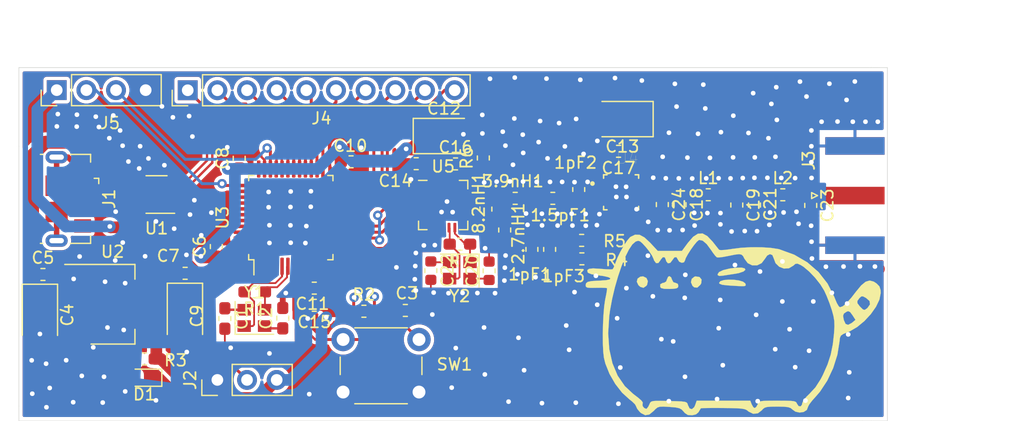
<source format=kicad_pcb>
(kicad_pcb (version 20171130) (host pcbnew "(5.1.6)-1")
  (layers (0 F.Cu signal) (31 B.Cu signal) (34 B.Paste user) (35 F.Paste user) (36 B.SilkS user) (37 F.SilkS user) (38 B.Mask user) (39 F.Mask user) (44 Edge.Cuts user))
  (net 0 "")
  (net 1 RF_out)
  (net 2 "Net-(1.5pF1-Pad1)")
  (net 3 GND)
  (net 4 TXEN)
  (net 5 "Net-(2.7nH1-Pad1)")
  (net 6 "Net-(3.9nH1-Pad1)")
  (net 7 "Net-(C1-Pad1)")
  (net 8 "Net-(C2-Pad1)")
  (net 9 NRST)
  (net 10 +5V)
  (net 11 +3V3)
  (net 12 "Net-(C18-Pad1)")
  (net 13 "Net-(C19-Pad1)")
  (net 14 "Net-(C20-Pad1)")
  (net 15 "Net-(C22-Pad1)")
  (net 16 "Net-(C23-Pad1)")
  (net 17 "Net-(D1-Pad2)")
  (net 18 "Net-(J1-Pad6)")
  (net 19 D+)
  (net 20 "Net-(J1-Pad4)")
  (net 21 D-)
  (net 22 BOOT0)
  (net 23 CE)
  (net 24 "Net-(R4-Pad1)")
  (net 25 "Net-(R5-Pad1)")
  (net 26 "Net-(R6-Pad1)")
  (net 27 "Net-(U1-Pad5)")
  (net 28 USB_D-)
  (net 29 "Net-(U1-Pad2)")
  (net 30 USB_D+)
  (net 31 "Net-(U3-Pad46)")
  (net 32 "Net-(U3-Pad45)")
  (net 33 "Net-(U3-Pad43)")
  (net 34 "Net-(U3-Pad42)")
  (net 35 "Net-(U3-Pad41)")
  (net 36 "Net-(U3-Pad40)")
  (net 37 "Net-(U3-Pad39)")
  (net 38 "Net-(U3-Pad38)")
  (net 39 MOSI)
  (net 40 MISO)
  (net 41 SCK)
  (net 42 IRQ)
  (net 43 CSN)
  (net 44 "Net-(U3-Pad13)")
  (net 45 "Net-(U3-Pad12)")
  (net 46 "Net-(U3-Pad11)")
  (net 47 "Net-(U3-Pad10)")
  (net 48 "Net-(U3-Pad4)")
  (net 49 "Net-(U3-Pad3)")
  (net 50 "Net-(U3-Pad2)")
  (net 51 "Net-(U3-Pad1)")
  (net 52 "Net-(R1-Pad2)")
  (net 53 "Net-(R1-Pad1)")
  (net 54 "Net-(R7-Pad2)")
  (net 55 "Net-(R7-Pad1)")
  (net 56 SWCLK)
  (net 57 SWDIO)
  (net 58 P1)
  (net 59 P2)
  (net 60 P3)
  (net 61 P4)
  (net 62 P5)
  (net 63 P6)
  (net 64 P7)
  (net 65 P8)
  (net 66 P9)
  (net 67 P10)
  (module stm32_nrf24:pusheen1 (layer F.Cu) (at 139.8651 118.1735)
    (fp_text reference G*** hide)
    (fp_text value LOGO hide)
  )
  (module Capacitor_SMD:C_0603_1608Metric (layer F.Cu) (at 114.0333 113.6396 270)
    (fp_text reference C22 (at 0 -1.43 90) (layer F.SilkS))
    (fp_text value 18pF)
    (pad 2 smd roundrect (at 0.7875 0 270) (size 0.875 0.95) (layers F.Cu F.Paste F.Mask) (net 3 GND))
    (pad 1 smd roundrect (at -0.7875 0 270) (size 0.875 0.95) (layers F.Cu F.Paste F.Mask) (net 15 "Net-(C22-Pad1)"))
  )
  (module Capacitor_SMD:C_0603_1608Metric (layer F.Cu) (at 119.0244 113.6523 90)
    (fp_text reference C20 (at 0 -1.43 90) (layer F.SilkS))
    (fp_text value 18pF)
    (pad 2 smd roundrect (at 0.7875 0 90) (size 0.875 0.95) (layers F.Cu F.Paste F.Mask) (net 3 GND))
    (pad 1 smd roundrect (at -0.7875 0 90) (size 0.875 0.95) (layers F.Cu F.Paste F.Mask) (net 14 "Net-(C20-Pad1)"))
  )
  (module Capacitor_SMD:C_0603_1608Metric_Pad1.05x0.95mm_HandSolder (layer F.Cu) (at 133.86054 107.98048 270)
    (fp_text reference C24 (at 0 -1.43 90) (layer F.SilkS))
    (fp_text value C)
    (pad 2 smd roundrect (at 0.875 0 270) (size 1.05 0.95) (layers F.Cu F.Paste F.Mask) (net 3 GND))
    (pad 1 smd roundrect (at -0.875 0 270) (size 1.05 0.95) (layers F.Cu F.Paste F.Mask) (net 12 "Net-(C18-Pad1)"))
  )
  (module Connector_PinHeader_2.54mm:PinHeader_1x04_P2.54mm_Vertical (layer F.Cu) (at 81.99 98.18 90)
    (fp_text reference J5 (at -2.82056 4.55796 180) (layer F.SilkS))
    (fp_text value Conn_01x04_Female)
    (pad 4 thru_hole oval (at 0 7.62 90) (size 1.7 1.7) (drill 1) (layers *.Cu *.Mask) (net 3 GND))
    (pad 3 thru_hole oval (at 0 5.08 90) (size 1.7 1.7) (drill 1) (layers *.Cu *.Mask) (net 57 SWDIO))
    (pad 2 thru_hole oval (at 0 2.54 90) (size 1.7 1.7) (drill 1) (layers *.Cu *.Mask) (net 56 SWCLK))
    (pad 1 thru_hole rect (at 0 0 90) (size 1.7 1.7) (drill 1) (layers *.Cu *.Mask) (net 11 +3V3))
  )
  (module Connector_PinHeader_2.54mm:PinHeader_1x10_P2.54mm_Vertical (layer F.Cu) (at 93.21 98.19 90)
    (fp_text reference J4 (at -2.4067 11.45324 180) (layer F.SilkS))
    (fp_text value Conn_01x10_Male)
    (pad 10 thru_hole oval (at 0 22.86 90) (size 1.7 1.7) (drill 1) (layers *.Cu *.Mask) (net 67 P10))
    (pad 9 thru_hole oval (at 0 20.32 90) (size 1.7 1.7) (drill 1) (layers *.Cu *.Mask) (net 66 P9))
    (pad 8 thru_hole oval (at 0 17.78 90) (size 1.7 1.7) (drill 1) (layers *.Cu *.Mask) (net 65 P8))
    (pad 7 thru_hole oval (at 0 15.24 90) (size 1.7 1.7) (drill 1) (layers *.Cu *.Mask) (net 64 P7))
    (pad 6 thru_hole oval (at 0 12.7 90) (size 1.7 1.7) (drill 1) (layers *.Cu *.Mask) (net 63 P6))
    (pad 5 thru_hole oval (at 0 10.16 90) (size 1.7 1.7) (drill 1) (layers *.Cu *.Mask) (net 62 P5))
    (pad 4 thru_hole oval (at 0 7.62 90) (size 1.7 1.7) (drill 1) (layers *.Cu *.Mask) (net 61 P4))
    (pad 3 thru_hole oval (at 0 5.08 90) (size 1.7 1.7) (drill 1) (layers *.Cu *.Mask) (net 60 P3))
    (pad 2 thru_hole oval (at 0 2.54 90) (size 1.7 1.7) (drill 1) (layers *.Cu *.Mask) (net 59 P2))
    (pad 1 thru_hole rect (at 0 0 90) (size 1.7 1.7) (drill 1) (layers *.Cu *.Mask) (net 58 P1))
  )
  (module Package_DFN_QFN:QFN-20-1EP_4x4mm_P0.5mm_EP2.5x2.5mm (layer F.Cu) (at 115.09 108.02)
    (fp_text reference U5 (at 0 -3.3) (layer F.SilkS))
    (fp_text value nRF24L01P)
    (pad 20 smd roundrect (at -1 -1.9375) (size 0.25 0.825) (layers F.Cu F.Paste F.Mask) (net 3 GND))
    (pad 19 smd roundrect (at -0.5 -1.9375) (size 0.25 0.825) (layers F.Cu F.Paste F.Mask) (net 11 +3V3))
    (pad 18 smd roundrect (at 0 -1.9375) (size 0.25 0.825) (layers F.Cu F.Paste F.Mask) (net 11 +3V3))
    (pad 17 smd roundrect (at 0.5 -1.9375) (size 0.25 0.825) (layers F.Cu F.Paste F.Mask) (net 3 GND))
    (pad 16 smd roundrect (at 1 -1.9375) (size 0.25 0.825) (layers F.Cu F.Paste F.Mask) (net 26 "Net-(R6-Pad1)"))
    (pad 15 smd roundrect (at 1.9375 -1) (size 0.825 0.25) (layers F.Cu F.Paste F.Mask) (net 11 +3V3))
    (pad 14 smd roundrect (at 1.9375 -0.5) (size 0.825 0.25) (layers F.Cu F.Paste F.Mask) (net 3 GND))
    (pad 13 smd roundrect (at 1.9375 0) (size 0.825 0.25) (layers F.Cu F.Paste F.Mask) (net 6 "Net-(3.9nH1-Pad1)"))
    (pad 12 smd roundrect (at 1.9375 0.5) (size 0.825 0.25) (layers F.Cu F.Paste F.Mask) (net 5 "Net-(2.7nH1-Pad1)"))
    (pad 11 smd roundrect (at 1.9375 1) (size 0.825 0.25) (layers F.Cu F.Paste F.Mask) (net 4 TXEN))
    (pad 10 smd roundrect (at 1 1.9375) (size 0.25 0.825) (layers F.Cu F.Paste F.Mask) (net 55 "Net-(R7-Pad1)"))
    (pad 9 smd roundrect (at 0.5 1.9375) (size 0.25 0.825) (layers F.Cu F.Paste F.Mask) (net 54 "Net-(R7-Pad2)"))
    (pad 8 smd roundrect (at 0 1.9375) (size 0.25 0.825) (layers F.Cu F.Paste F.Mask) (net 3 GND))
    (pad 7 smd roundrect (at -0.5 1.9375) (size 0.25 0.825) (layers F.Cu F.Paste F.Mask) (net 11 +3V3))
    (pad 6 smd roundrect (at -1 1.9375) (size 0.25 0.825) (layers F.Cu F.Paste F.Mask) (net 42 IRQ))
    (pad 5 smd roundrect (at -1.9375 1) (size 0.825 0.25) (layers F.Cu F.Paste F.Mask) (net 40 MISO))
    (pad 4 smd roundrect (at -1.9375 0.5) (size 0.825 0.25) (layers F.Cu F.Paste F.Mask) (net 39 MOSI))
    (pad 3 smd roundrect (at -1.9375 0) (size 0.825 0.25) (layers F.Cu F.Paste F.Mask) (net 41 SCK))
    (pad 2 smd roundrect (at -1.9375 -0.5) (size 0.825 0.25) (layers F.Cu F.Paste F.Mask) (net 43 CSN))
    (pad 1 smd roundrect (at -1.9375 -1) (size 0.825 0.25) (layers F.Cu F.Paste F.Mask) (net 23 CE))
  )
  (module Crystal:Crystal_SMD_2520-4Pin_2.5x2.0mm (layer F.Cu) (at 116.5141 113.6231 180)
    (fp_text reference Y2 (at 0 -2.2) (layer F.SilkS))
    (fp_text value Crystal_GND24)
    (pad 4 smd rect (at -0.875 -0.7 180) (size 1.15 1) (layers F.Cu F.Paste F.Mask) (net 14 "Net-(C20-Pad1)"))
    (pad 3 smd rect (at 0.875 -0.7 180) (size 1.15 1) (layers F.Cu F.Paste F.Mask) (net 54 "Net-(R7-Pad2)"))
    (pad 2 smd rect (at 0.875 0.7 180) (size 1.15 1) (layers F.Cu F.Paste F.Mask) (net 15 "Net-(C22-Pad1)"))
    (pad 1 smd rect (at -0.875 0.7 180) (size 1.15 1) (layers F.Cu F.Paste F.Mask) (net 55 "Net-(R7-Pad1)"))
  )
  (module Crystal:Crystal_SMD_2520-4Pin_2.5x2.0mm (layer F.Cu) (at 98.92 117.69)
    (fp_text reference Y1 (at 0 -2.2) (layer F.SilkS))
    (fp_text value Crystal_GND24)
    (pad 4 smd rect (at -0.875 -0.7) (size 1.15 1) (layers F.Cu F.Paste F.Mask) (net 7 "Net-(C1-Pad1)"))
    (pad 3 smd rect (at 0.875 -0.7) (size 1.15 1) (layers F.Cu F.Paste F.Mask) (net 53 "Net-(R1-Pad1)"))
    (pad 2 smd rect (at 0.875 0.7) (size 1.15 1) (layers F.Cu F.Paste F.Mask) (net 8 "Net-(C2-Pad1)"))
    (pad 1 smd rect (at -0.875 0.7) (size 1.15 1) (layers F.Cu F.Paste F.Mask) (net 52 "Net-(R1-Pad2)"))
  )
  (module stm32_nrf24:QFN50P300X300X60-17N (layer F.Cu) (at 130.33 106.93)
    (fp_text reference U4 (at 0.54 -2.935) (layer F.SilkS) (effects (font (thickness 0.015))))
    (fp_text value RFX2401C)
    (pad 5 smd rect (at -0.75 1.445) (size 0.27 0.81) (layers F.Cu F.Paste F.Mask) (net 25 "Net-(R5-Pad1)"))
    (pad 6 smd rect (at -0.25 1.445) (size 0.27 0.81) (layers F.Cu F.Paste F.Mask) (net 24 "Net-(R4-Pad1)"))
    (pad 7 smd rect (at 0.25 1.445) (size 0.27 0.81) (layers F.Cu F.Paste F.Mask))
    (pad 8 smd rect (at 0.75 1.445) (size 0.27 0.81) (layers F.Cu F.Paste F.Mask) (net 3 GND))
    (pad 13 smd rect (at 0.75 -1.445) (size 0.27 0.81) (layers F.Cu F.Paste F.Mask))
    (pad 14 smd rect (at 0.25 -1.445) (size 0.27 0.81) (layers F.Cu F.Paste F.Mask) (net 11 +3V3))
    (pad 15 smd rect (at -0.25 -1.445) (size 0.27 0.81) (layers F.Cu F.Paste F.Mask))
    (pad 16 smd rect (at -0.75 -1.445) (size 0.27 0.81) (layers F.Cu F.Paste F.Mask) (net 11 +3V3))
    (pad 1 smd rect (at -1.445 -0.75) (size 0.81 0.27) (layers F.Cu F.Paste F.Mask))
    (pad 2 smd rect (at -1.445 -0.25) (size 0.81 0.27) (layers F.Cu F.Paste F.Mask) (net 3 GND))
    (pad 3 smd rect (at -1.445 0.25) (size 0.81 0.27) (layers F.Cu F.Paste F.Mask) (net 3 GND))
    (pad 4 smd rect (at -1.445 0.75) (size 0.81 0.27) (layers F.Cu F.Paste F.Mask) (net 1 RF_out))
    (pad 9 smd rect (at 1.445 0.75) (size 0.81 0.27) (layers F.Cu F.Paste F.Mask) (net 3 GND))
    (pad 10 smd rect (at 1.445 0.25) (size 0.81 0.27) (layers F.Cu F.Paste F.Mask) (net 12 "Net-(C18-Pad1)"))
    (pad 11 smd rect (at 1.445 -0.25) (size 0.81 0.27) (layers F.Cu F.Paste F.Mask) (net 3 GND))
    (pad 12 smd rect (at 1.445 -0.75) (size 0.81 0.27) (layers F.Cu F.Paste F.Mask))
    (pad 17 smd rect (at 0 0) (size 1.7 1.7) (layers F.Cu F.Mask) (net 3 GND))
  )
  (module Package_QFP:LQFP-48_7x7mm_P0.5mm (layer F.Cu) (at 102.04 109.1 90)
    (fp_text reference U3 (at 0 -5.85 90) (layer F.SilkS))
    (fp_text value STM32F103C8Tx)
    (pad 48 smd roundrect (at -2.75 -4.1625 90) (size 0.3 1.475) (layers F.Cu F.Paste F.Mask) (net 11 +3V3))
    (pad 47 smd roundrect (at -2.25 -4.1625 90) (size 0.3 1.475) (layers F.Cu F.Paste F.Mask) (net 3 GND))
    (pad 46 smd roundrect (at -1.75 -4.1625 90) (size 0.3 1.475) (layers F.Cu F.Paste F.Mask) (net 31 "Net-(U3-Pad46)"))
    (pad 45 smd roundrect (at -1.25 -4.1625 90) (size 0.3 1.475) (layers F.Cu F.Paste F.Mask) (net 32 "Net-(U3-Pad45)"))
    (pad 44 smd roundrect (at -0.75 -4.1625 90) (size 0.3 1.475) (layers F.Cu F.Paste F.Mask) (net 22 BOOT0))
    (pad 43 smd roundrect (at -0.25 -4.1625 90) (size 0.3 1.475) (layers F.Cu F.Paste F.Mask) (net 33 "Net-(U3-Pad43)"))
    (pad 42 smd roundrect (at 0.25 -4.1625 90) (size 0.3 1.475) (layers F.Cu F.Paste F.Mask) (net 34 "Net-(U3-Pad42)"))
    (pad 41 smd roundrect (at 0.75 -4.1625 90) (size 0.3 1.475) (layers F.Cu F.Paste F.Mask) (net 35 "Net-(U3-Pad41)"))
    (pad 40 smd roundrect (at 1.25 -4.1625 90) (size 0.3 1.475) (layers F.Cu F.Paste F.Mask) (net 36 "Net-(U3-Pad40)"))
    (pad 39 smd roundrect (at 1.75 -4.1625 90) (size 0.3 1.475) (layers F.Cu F.Paste F.Mask) (net 37 "Net-(U3-Pad39)"))
    (pad 38 smd roundrect (at 2.25 -4.1625 90) (size 0.3 1.475) (layers F.Cu F.Paste F.Mask) (net 38 "Net-(U3-Pad38)"))
    (pad 37 smd roundrect (at 2.75 -4.1625 90) (size 0.3 1.475) (layers F.Cu F.Paste F.Mask) (net 56 SWCLK))
    (pad 36 smd roundrect (at 4.1625 -2.75 90) (size 1.475 0.3) (layers F.Cu F.Paste F.Mask) (net 11 +3V3))
    (pad 35 smd roundrect (at 4.1625 -2.25 90) (size 1.475 0.3) (layers F.Cu F.Paste F.Mask) (net 3 GND))
    (pad 34 smd roundrect (at 4.1625 -1.75 90) (size 1.475 0.3) (layers F.Cu F.Paste F.Mask) (net 57 SWDIO))
    (pad 33 smd roundrect (at 4.1625 -1.25 90) (size 1.475 0.3) (layers F.Cu F.Paste F.Mask) (net 30 USB_D+))
    (pad 32 smd roundrect (at 4.1625 -0.75 90) (size 1.475 0.3) (layers F.Cu F.Paste F.Mask) (net 28 USB_D-))
    (pad 31 smd roundrect (at 4.1625 -0.25 90) (size 1.475 0.3) (layers F.Cu F.Paste F.Mask) (net 58 P1))
    (pad 30 smd roundrect (at 4.1625 0.25 90) (size 1.475 0.3) (layers F.Cu F.Paste F.Mask) (net 59 P2))
    (pad 29 smd roundrect (at 4.1625 0.75 90) (size 1.475 0.3) (layers F.Cu F.Paste F.Mask) (net 60 P3))
    (pad 28 smd roundrect (at 4.1625 1.25 90) (size 1.475 0.3) (layers F.Cu F.Paste F.Mask) (net 61 P4))
    (pad 27 smd roundrect (at 4.1625 1.75 90) (size 1.475 0.3) (layers F.Cu F.Paste F.Mask) (net 62 P5))
    (pad 26 smd roundrect (at 4.1625 2.25 90) (size 1.475 0.3) (layers F.Cu F.Paste F.Mask) (net 63 P6))
    (pad 25 smd roundrect (at 4.1625 2.75 90) (size 1.475 0.3) (layers F.Cu F.Paste F.Mask) (net 64 P7))
    (pad 24 smd roundrect (at 2.75 4.1625 90) (size 0.3 1.475) (layers F.Cu F.Paste F.Mask) (net 11 +3V3))
    (pad 23 smd roundrect (at 2.25 4.1625 90) (size 0.3 1.475) (layers F.Cu F.Paste F.Mask) (net 3 GND))
    (pad 22 smd roundrect (at 1.75 4.1625 90) (size 0.3 1.475) (layers F.Cu F.Paste F.Mask) (net 65 P8))
    (pad 21 smd roundrect (at 1.25 4.1625 90) (size 0.3 1.475) (layers F.Cu F.Paste F.Mask) (net 66 P9))
    (pad 20 smd roundrect (at 0.75 4.1625 90) (size 0.3 1.475) (layers F.Cu F.Paste F.Mask) (net 67 P10))
    (pad 19 smd roundrect (at 0.25 4.1625 90) (size 0.3 1.475) (layers F.Cu F.Paste F.Mask) (net 23 CE))
    (pad 18 smd roundrect (at -0.25 4.1625 90) (size 0.3 1.475) (layers F.Cu F.Paste F.Mask) (net 43 CSN))
    (pad 17 smd roundrect (at -0.75 4.1625 90) (size 0.3 1.475) (layers F.Cu F.Paste F.Mask) (net 39 MOSI))
    (pad 16 smd roundrect (at -1.25 4.1625 90) (size 0.3 1.475) (layers F.Cu F.Paste F.Mask) (net 40 MISO))
    (pad 15 smd roundrect (at -1.75 4.1625 90) (size 0.3 1.475) (layers F.Cu F.Paste F.Mask) (net 41 SCK))
    (pad 14 smd roundrect (at -2.25 4.1625 90) (size 0.3 1.475) (layers F.Cu F.Paste F.Mask) (net 42 IRQ))
    (pad 13 smd roundrect (at -2.75 4.1625 90) (size 0.3 1.475) (layers F.Cu F.Paste F.Mask) (net 44 "Net-(U3-Pad13)"))
    (pad 12 smd roundrect (at -4.1625 2.75 90) (size 1.475 0.3) (layers F.Cu F.Paste F.Mask) (net 45 "Net-(U3-Pad12)"))
    (pad 11 smd roundrect (at -4.1625 2.25 90) (size 1.475 0.3) (layers F.Cu F.Paste F.Mask) (net 46 "Net-(U3-Pad11)"))
    (pad 10 smd roundrect (at -4.1625 1.75 90) (size 1.475 0.3) (layers F.Cu F.Paste F.Mask) (net 47 "Net-(U3-Pad10)"))
    (pad 9 smd roundrect (at -4.1625 1.25 90) (size 1.475 0.3) (layers F.Cu F.Paste F.Mask) (net 11 +3V3))
    (pad 8 smd roundrect (at -4.1625 0.75 90) (size 1.475 0.3) (layers F.Cu F.Paste F.Mask) (net 3 GND))
    (pad 7 smd roundrect (at -4.1625 0.25 90) (size 1.475 0.3) (layers F.Cu F.Paste F.Mask) (net 9 NRST))
    (pad 6 smd roundrect (at -4.1625 -0.25 90) (size 1.475 0.3) (layers F.Cu F.Paste F.Mask) (net 53 "Net-(R1-Pad1)"))
    (pad 5 smd roundrect (at -4.1625 -0.75 90) (size 1.475 0.3) (layers F.Cu F.Paste F.Mask) (net 52 "Net-(R1-Pad2)"))
    (pad 4 smd roundrect (at -4.1625 -1.25 90) (size 1.475 0.3) (layers F.Cu F.Paste F.Mask) (net 48 "Net-(U3-Pad4)"))
    (pad 3 smd roundrect (at -4.1625 -1.75 90) (size 1.475 0.3) (layers F.Cu F.Paste F.Mask) (net 49 "Net-(U3-Pad3)"))
    (pad 2 smd roundrect (at -4.1625 -2.25 90) (size 1.475 0.3) (layers F.Cu F.Paste F.Mask) (net 50 "Net-(U3-Pad2)"))
    (pad 1 smd roundrect (at -4.1625 -2.75 90) (size 1.475 0.3) (layers F.Cu F.Paste F.Mask) (net 51 "Net-(U3-Pad1)"))
  )
  (module Package_TO_SOT_SMD:SOT-223-3_TabPin2 (layer F.Cu) (at 86.78 116.52)
    (fp_text reference U2 (at 0 -4.5) (layer F.SilkS))
    (fp_text value AMS1117-3.3)
    (pad 1 smd rect (at -3.15 -2.3) (size 2 1.5) (layers F.Cu F.Paste F.Mask) (net 3 GND))
    (pad 3 smd rect (at -3.15 2.3) (size 2 1.5) (layers F.Cu F.Paste F.Mask) (net 10 +5V))
    (pad 2 smd rect (at -3.15 0) (size 2 1.5) (layers F.Cu F.Paste F.Mask) (net 11 +3V3))
    (pad 2 smd rect (at 3.15 0) (size 2 3.8) (layers F.Cu F.Paste F.Mask) (net 11 +3V3))
  )
  (module Package_TO_SOT_SMD:SOT-23-6 (layer F.Cu) (at 90.54 107.12 180)
    (fp_text reference U1 (at 0 -2.9) (layer F.SilkS))
    (fp_text value USBLC6-2SC6)
    (pad 5 smd rect (at 1.1 0 180) (size 1.06 0.65) (layers F.Cu F.Paste F.Mask) (net 27 "Net-(U1-Pad5)"))
    (pad 6 smd rect (at 1.1 -0.95 180) (size 1.06 0.65) (layers F.Cu F.Paste F.Mask) (net 19 D+))
    (pad 4 smd rect (at 1.1 0.95 180) (size 1.06 0.65) (layers F.Cu F.Paste F.Mask) (net 21 D-))
    (pad 3 smd rect (at -1.1 0.95 180) (size 1.06 0.65) (layers F.Cu F.Paste F.Mask) (net 28 USB_D-))
    (pad 2 smd rect (at -1.1 0 180) (size 1.06 0.65) (layers F.Cu F.Paste F.Mask) (net 29 "Net-(U1-Pad2)"))
    (pad 1 smd rect (at -1.1 -0.95 180) (size 1.06 0.65) (layers F.Cu F.Paste F.Mask) (net 30 USB_D+))
  )
  (module Button_Switch_THT:SW_PUSH_6mm_H5mm (layer F.Cu) (at 113.02 124.04 180)
    (fp_text reference SW1 (at -3.04276 2.36638) (layer F.SilkS))
    (fp_text value SW_Push)
    (pad 1 thru_hole circle (at 6.5 0 270) (size 2 2) (drill 1.1) (layers *.Cu *.Mask) (net 3 GND))
    (pad 2 thru_hole circle (at 6.5 4.5 270) (size 2 2) (drill 1.1) (layers *.Cu *.Mask) (net 9 NRST))
    (pad 1 thru_hole circle (at 0 0 270) (size 2 2) (drill 1.1) (layers *.Cu *.Mask) (net 3 GND))
    (pad 2 thru_hole circle (at 0 4.5 270) (size 2 2) (drill 1.1) (layers *.Cu *.Mask) (net 9 NRST))
  )
  (module Resistor_SMD:R_0603_1608Metric_Pad1.05x0.95mm_HandSolder (layer F.Cu) (at 116.5241 111.3731 180)
    (fp_text reference R7 (at 0 -1.43) (layer F.SilkS))
    (fp_text value 1M)
    (pad 2 smd roundrect (at 0.875 0 180) (size 1.05 0.95) (layers F.Cu F.Paste F.Mask) (net 54 "Net-(R7-Pad2)"))
    (pad 1 smd roundrect (at -0.875 0 180) (size 1.05 0.95) (layers F.Cu F.Paste F.Mask) (net 55 "Net-(R7-Pad1)"))
  )
  (module Resistor_SMD:R_0603_1608Metric_Pad1.05x0.95mm_HandSolder (layer F.Cu) (at 118.53 103.99 90)
    (fp_text reference R6 (at 0 -1.43 90) (layer F.SilkS))
    (fp_text value R)
    (pad 2 smd roundrect (at 0.875 0 90) (size 1.05 0.95) (layers F.Cu F.Paste F.Mask) (net 3 GND))
    (pad 1 smd roundrect (at -0.875 0 90) (size 1.05 0.95) (layers F.Cu F.Paste F.Mask) (net 26 "Net-(R6-Pad1)"))
  )
  (module Resistor_SMD:R_0603_1608Metric_Pad1.05x0.95mm_HandSolder (layer F.Cu) (at 126.95 111.05 180)
    (fp_text reference R5 (at -2.82368 -0.06484) (layer F.SilkS))
    (fp_text value R)
    (pad 2 smd roundrect (at 0.875 0 180) (size 1.05 0.95) (layers F.Cu F.Paste F.Mask) (net 4 TXEN))
    (pad 1 smd roundrect (at -0.875 0 180) (size 1.05 0.95) (layers F.Cu F.Paste F.Mask) (net 25 "Net-(R5-Pad1)"))
  )
  (module Resistor_SMD:R_0603_1608Metric_Pad1.05x0.95mm_HandSolder (layer F.Cu) (at 126.97 112.63 180)
    (fp_text reference R4 (at -2.98148 -0.11044) (layer F.SilkS))
    (fp_text value R)
    (pad 2 smd roundrect (at 0.875 0 180) (size 1.05 0.95) (layers F.Cu F.Paste F.Mask) (net 23 CE))
    (pad 1 smd roundrect (at -0.875 0 180) (size 1.05 0.95) (layers F.Cu F.Paste F.Mask) (net 24 "Net-(R4-Pad1)"))
  )
  (module Resistor_SMD:R_0603_1608Metric_Pad1.05x0.95mm_HandSolder (layer F.Cu) (at 89.51 121.2)
    (fp_text reference R3 (at 2.65644 0.12564) (layer F.SilkS))
    (fp_text value R)
    (pad 2 smd roundrect (at 0.875 0) (size 1.05 0.95) (layers F.Cu F.Paste F.Mask) (net 11 +3V3))
    (pad 1 smd roundrect (at -0.875 0) (size 1.05 0.95) (layers F.Cu F.Paste F.Mask) (net 17 "Net-(D1-Pad2)"))
  )
  (module Resistor_SMD:R_0603_1608Metric_Pad1.05x0.95mm_HandSolder (layer F.Cu) (at 108.3 117.12)
    (fp_text reference R2 (at 0 -1.43) (layer F.SilkS))
    (fp_text value R)
    (pad 2 smd roundrect (at 0.875 0) (size 1.05 0.95) (layers F.Cu F.Paste F.Mask) (net 9 NRST))
    (pad 1 smd roundrect (at -0.875 0) (size 1.05 0.95) (layers F.Cu F.Paste F.Mask) (net 11 +3V3))
  )
  (module Resistor_SMD:R_0603_1608Metric_Pad1.05x0.95mm_HandSolder (layer F.Cu) (at 98.95 115.46 180)
    (fp_text reference R1 (at 0 -1.43) (layer F.SilkS))
    (fp_text value 1M)
    (pad 2 smd roundrect (at 0.875 0 180) (size 1.05 0.95) (layers F.Cu F.Paste F.Mask) (net 52 "Net-(R1-Pad2)"))
    (pad 1 smd roundrect (at -0.875 0 180) (size 1.05 0.95) (layers F.Cu F.Paste F.Mask) (net 53 "Net-(R1-Pad1)"))
  )
  (module Capacitor_SMD:C_0603_1608Metric_Pad1.05x0.95mm_HandSolder (layer F.Cu) (at 144.17802 107.14482)
    (fp_text reference L2 (at 0 -1.43) (layer F.SilkS))
    (fp_text value L)
    (pad 2 smd roundrect (at 0.875 0) (size 1.05 0.95) (layers F.Cu F.Paste F.Mask) (net 16 "Net-(C23-Pad1)"))
    (pad 1 smd roundrect (at -0.875 0) (size 1.05 0.95) (layers F.Cu F.Paste F.Mask) (net 13 "Net-(C19-Pad1)"))
  )
  (module Capacitor_SMD:C_0603_1608Metric_Pad1.05x0.95mm_HandSolder (layer F.Cu) (at 137.795 107.13974)
    (fp_text reference L1 (at 0 -1.43) (layer F.SilkS))
    (fp_text value L)
    (pad 2 smd roundrect (at 0.875 0) (size 1.05 0.95) (layers F.Cu F.Paste F.Mask) (net 13 "Net-(C19-Pad1)"))
    (pad 1 smd roundrect (at -0.875 0) (size 1.05 0.95) (layers F.Cu F.Paste F.Mask) (net 12 "Net-(C18-Pad1)"))
  )
  (module Connector_Coaxial:SMA_Amphenol_132289_EdgeMount (layer F.Cu) (at 150.35784 107.21086)
    (fp_text reference J3 (at -3.96 -3 90) (layer F.SilkS))
    (fp_text value Conn_Coaxial)
    (pad 1 smd rect (at 0 0 90) (size 1.5 5.08) (layers F.Cu F.Paste F.Mask) (net 16 "Net-(C23-Pad1)"))
    (pad 2 smd rect (at 0 -4.25 90) (size 1.5 5.08) (layers F.Cu F.Paste F.Mask) (net 3 GND))
    (pad 2 smd rect (at 0 4.25 90) (size 1.5 5.08) (layers F.Cu F.Paste F.Mask) (net 3 GND))
    (pad 2 smd rect (at 0 -4.25 90) (size 1.5 5.08) (layers B.Cu B.Paste B.Mask) (net 3 GND))
    (pad 2 smd rect (at 0 4.25 90) (size 1.5 5.08) (layers B.Cu B.Paste B.Mask) (net 3 GND))
  )
  (module Connector_PinHeader_2.54mm:PinHeader_1x03_P2.54mm_Vertical (layer F.Cu) (at 95.75 123 90)
    (fp_text reference J2 (at 0 -2.33 90) (layer F.SilkS))
    (fp_text value Conn_01x03_Male hide)
    (pad 3 thru_hole oval (at 0 5.08 90) (size 1.7 1.7) (drill 1) (layers *.Cu *.Mask) (net 11 +3V3))
    (pad 2 thru_hole oval (at 0 2.54 90) (size 1.7 1.7) (drill 1) (layers *.Cu *.Mask) (net 22 BOOT0))
    (pad 1 thru_hole rect (at 0 0 90) (size 1.7 1.7) (drill 1) (layers *.Cu *.Mask) (net 3 GND))
  )
  (module Connector_USB:USB_Micro-B_GCT_USB3076-30-A (layer F.Cu) (at 83.18 107.495 270)
    (fp_text reference J1 (at 0 -3.3 90) (layer F.SilkS))
    (fp_text value USB_B_Micro)
    (pad 6 smd rect (at -2.32 -1.03 270) (size 1.15 1.45) (layers F.Cu F.Paste F.Mask) (net 18 "Net-(J1-Pad6)"))
    (pad 6 smd rect (at 2.32 -1.03 270) (size 1.15 1.45) (layers F.Cu F.Paste F.Mask) (net 18 "Net-(J1-Pad6)"))
    (pad 6 thru_hole oval (at 3.575 1.2 270) (size 1.05 1.9) (drill oval 0.45 1.25) (layers *.Cu *.Mask) (net 18 "Net-(J1-Pad6)"))
    (pad 6 thru_hole oval (at -3.575 1.2 90) (size 1.05 1.9) (drill oval 0.45 1.25) (layers *.Cu *.Mask) (net 18 "Net-(J1-Pad6)"))
    (pad 6 smd rect (at -1.125 1.2 270) (size 1.75 1.9) (layers F.Cu F.Paste F.Mask) (net 18 "Net-(J1-Pad6)"))
    (pad 3 smd rect (at 0 -1.45 270) (size 0.4 1.4) (layers F.Cu F.Paste F.Mask) (net 19 D+))
    (pad 4 smd rect (at 0.65 -1.45 270) (size 0.4 1.4) (layers F.Cu F.Paste F.Mask) (net 20 "Net-(J1-Pad4)"))
    (pad 5 smd rect (at 1.3 -1.45 270) (size 0.4 1.4) (layers F.Cu F.Paste F.Mask) (net 3 GND))
    (pad 1 smd rect (at -1.3 -1.45 270) (size 0.4 1.4) (layers F.Cu F.Paste F.Mask) (net 10 +5V))
    (pad 2 smd rect (at -0.65 -1.45 270) (size 0.4 1.4) (layers F.Cu F.Paste F.Mask) (net 21 D-))
    (pad 6 smd rect (at 1.125 1.2 270) (size 1.75 1.9) (layers F.Cu F.Paste F.Mask) (net 18 "Net-(J1-Pad6)"))
  )
  (module LED_SMD:LED_0603_1608Metric (layer F.Cu) (at 89.5075 122.81 180)
    (fp_text reference D1 (at 0 -1.43) (layer F.SilkS))
    (fp_text value LED)
    (pad 2 smd roundrect (at 0.7875 0 180) (size 0.875 0.95) (layers F.Cu F.Paste F.Mask) (net 17 "Net-(D1-Pad2)"))
    (pad 1 smd roundrect (at -0.7875 0 180) (size 0.875 0.95) (layers F.Cu F.Paste F.Mask) (net 3 GND))
  )
  (module Capacitor_SMD:C_0603_1608Metric_Pad1.05x0.95mm_HandSolder (layer F.Cu) (at 146.5707 108.05544 270)
    (fp_text reference C23 (at 0 -1.43 90) (layer F.SilkS))
    (fp_text value C)
    (pad 2 smd roundrect (at 0.875 0 270) (size 1.05 0.95) (layers F.Cu F.Paste F.Mask) (net 3 GND))
    (pad 1 smd roundrect (at -0.875 0 270) (size 1.05 0.95) (layers F.Cu F.Paste F.Mask) (net 16 "Net-(C23-Pad1)"))
  )
  (module Capacitor_SMD:C_0603_1608Metric_Pad1.05x0.95mm_HandSolder (layer F.Cu) (at 141.75232 108.02112 270)
    (fp_text reference C21 (at -0.06 -1.36 90) (layer F.SilkS))
    (fp_text value C)
    (pad 2 smd roundrect (at 0.875 0 270) (size 1.05 0.95) (layers F.Cu F.Paste F.Mask) (net 3 GND))
    (pad 1 smd roundrect (at -0.875 0 270) (size 1.05 0.95) (layers F.Cu F.Paste F.Mask) (net 13 "Net-(C19-Pad1)"))
  )
  (module Capacitor_SMD:C_0603_1608Metric_Pad1.05x0.95mm_HandSolder (layer F.Cu) (at 140.23848 108.02112 270)
    (fp_text reference C19 (at 0 -1.43 90) (layer F.SilkS))
    (fp_text value C)
    (pad 2 smd roundrect (at 0.875 0 270) (size 1.05 0.95) (layers F.Cu F.Paste F.Mask) (net 3 GND))
    (pad 1 smd roundrect (at -0.875 0 270) (size 1.05 0.95) (layers F.Cu F.Paste F.Mask) (net 13 "Net-(C19-Pad1)"))
  )
  (module Capacitor_SMD:C_0603_1608Metric_Pad1.05x0.95mm_HandSolder (layer F.Cu) (at 135.37692 107.99064 270)
    (fp_text reference C18 (at 0 -1.43 90) (layer F.SilkS))
    (fp_text value C)
    (pad 2 smd roundrect (at 0.875 0 270) (size 1.05 0.95) (layers F.Cu F.Paste F.Mask) (net 3 GND))
    (pad 1 smd roundrect (at -0.875 0 270) (size 1.05 0.95) (layers F.Cu F.Paste F.Mask) (net 12 "Net-(C18-Pad1)"))
  )
  (module Capacitor_SMD:C_0603_1608Metric_Pad1.05x0.95mm_HandSolder (layer F.Cu) (at 130.11 103.42 180)
    (fp_text reference C17 (at 0 -1.43) (layer F.SilkS))
    (fp_text value C)
    (pad 2 smd roundrect (at 0.875 0 180) (size 1.05 0.95) (layers F.Cu F.Paste F.Mask) (net 3 GND))
    (pad 1 smd roundrect (at -0.875 0 180) (size 1.05 0.95) (layers F.Cu F.Paste F.Mask) (net 11 +3V3))
  )
  (module Capacitor_SMD:C_0603_1608Metric_Pad1.05x0.95mm_HandSolder (layer F.Cu) (at 116.15 104.5)
    (fp_text reference C16 (at 0 -1.43) (layer F.SilkS))
    (fp_text value C)
    (pad 2 smd roundrect (at 0.875 0) (size 1.05 0.95) (layers F.Cu F.Paste F.Mask) (net 3 GND))
    (pad 1 smd roundrect (at -0.875 0) (size 1.05 0.95) (layers F.Cu F.Paste F.Mask) (net 11 +3V3))
  )
  (module Capacitor_SMD:C_0603_1608Metric_Pad1.05x0.95mm_HandSolder (layer F.Cu) (at 104.05 116.61 180)
    (fp_text reference C15 (at 0 -1.43) (layer F.SilkS))
    (fp_text value C)
    (pad 2 smd roundrect (at 0.875 0 180) (size 1.05 0.95) (layers F.Cu F.Paste F.Mask) (net 3 GND))
    (pad 1 smd roundrect (at -0.875 0 180) (size 1.05 0.95) (layers F.Cu F.Paste F.Mask) (net 11 +3V3))
  )
  (module Capacitor_SMD:C_0603_1608Metric_Pad1.05x0.95mm_HandSolder (layer F.Cu) (at 112.78 104.48 180)
    (fp_text reference C14 (at 1.77692 -1.47356) (layer F.SilkS))
    (fp_text value C)
    (pad 2 smd roundrect (at 0.875 0 180) (size 1.05 0.95) (layers F.Cu F.Paste F.Mask) (net 3 GND))
    (pad 1 smd roundrect (at -0.875 0 180) (size 1.05 0.95) (layers F.Cu F.Paste F.Mask) (net 11 +3V3))
  )
  (module Capacitor_Tantalum_SMD:CP_EIA-3528-12_Kemet-T_Pad1.50x2.35mm_HandSolder (layer F.Cu) (at 130.44 100.66 180)
    (fp_text reference C13 (at 0 -2.35) (layer F.SilkS))
    (fp_text value CP)
    (pad 2 smd roundrect (at 1.625 0 180) (size 1.5 2.35) (layers F.Cu F.Paste F.Mask) (roundrect_rratio 0.166667) (net 3 GND))
    (pad 1 smd roundrect (at -1.625 0 180) (size 1.5 2.35) (layers F.Cu F.Paste F.Mask) (roundrect_rratio 0.166667) (net 11 +3V3))
  )
  (module Capacitor_Tantalum_SMD:CP_EIA-3528-12_Kemet-T_Pad1.50x2.35mm_HandSolder (layer F.Cu) (at 115.16 102.11)
    (fp_text reference C12 (at 0 -2.35) (layer F.SilkS))
    (fp_text value C)
    (pad 2 smd roundrect (at 1.625 0) (size 1.5 2.35) (layers F.Cu F.Paste F.Mask) (roundrect_rratio 0.166667) (net 3 GND))
    (pad 1 smd roundrect (at -1.625 0) (size 1.5 2.35) (layers F.Cu F.Paste F.Mask) (roundrect_rratio 0.166667) (net 11 +3V3))
  )
  (module Capacitor_SMD:C_0603_1608Metric_Pad1.05x0.95mm_HandSolder (layer F.Cu) (at 104.05 115.14 180)
    (fp_text reference C11 (at 0.155 -1.34) (layer F.SilkS))
    (fp_text value C)
    (pad 2 smd roundrect (at 0.875 0 180) (size 1.05 0.95) (layers F.Cu F.Paste F.Mask) (net 3 GND))
    (pad 1 smd roundrect (at -0.875 0 180) (size 1.05 0.95) (layers F.Cu F.Paste F.Mask) (net 11 +3V3))
  )
  (module Capacitor_SMD:C_0603_1608Metric_Pad1.05x0.95mm_HandSolder (layer F.Cu) (at 107.2 104.32)
    (fp_text reference C10 (at -0.06 -1.37) (layer F.SilkS))
    (fp_text value C)
    (pad 2 smd roundrect (at 0.875 0) (size 1.05 0.95) (layers F.Cu F.Paste F.Mask) (net 3 GND))
    (pad 1 smd roundrect (at -0.875 0) (size 1.05 0.95) (layers F.Cu F.Paste F.Mask) (net 11 +3V3))
  )
  (module Capacitor_Tantalum_SMD:CP_EIA-3528-12_Kemet-T_Pad1.50x2.35mm_HandSolder (layer F.Cu) (at 92.97 117.355 270)
    (fp_text reference C9 (at 0.175 -1.02 90) (layer F.SilkS))
    (fp_text value CP)
    (pad 2 smd roundrect (at 1.625 0 270) (size 1.5 2.35) (layers F.Cu F.Paste F.Mask) (roundrect_rratio 0.166667) (net 3 GND))
    (pad 1 smd roundrect (at -1.625 0 270) (size 1.5 2.35) (layers F.Cu F.Paste F.Mask) (roundrect_rratio 0.166667) (net 11 +3V3))
  )
  (module Capacitor_SMD:C_0603_1608Metric_Pad1.05x0.95mm_HandSolder (layer F.Cu) (at 97.62 104.02 90)
    (fp_text reference C8 (at 0 -1.43 90) (layer F.SilkS))
    (fp_text value C)
    (pad 2 smd roundrect (at 0.875 0 90) (size 1.05 0.95) (layers F.Cu F.Paste F.Mask) (net 3 GND))
    (pad 1 smd roundrect (at -0.875 0 90) (size 1.05 0.95) (layers F.Cu F.Paste F.Mask) (net 11 +3V3))
  )
  (module Capacitor_SMD:C_0603_1608Metric_Pad1.05x0.95mm_HandSolder (layer F.Cu) (at 92.99 113.87)
    (fp_text reference C7 (at -1.45348 -1.49278) (layer F.SilkS))
    (fp_text value C)
    (pad 2 smd roundrect (at 0.875 0) (size 1.05 0.95) (layers F.Cu F.Paste F.Mask) (net 3 GND))
    (pad 1 smd roundrect (at -0.875 0) (size 1.05 0.95) (layers F.Cu F.Paste F.Mask) (net 11 +3V3))
  )
  (module Capacitor_SMD:C_0603_1608Metric_Pad1.05x0.95mm_HandSolder (layer F.Cu) (at 95.66 111.58 90)
    (fp_text reference C6 (at 0 -1.43 90) (layer F.SilkS))
    (fp_text value C)
    (pad 2 smd roundrect (at 0.875 0 90) (size 1.05 0.95) (layers F.Cu F.Paste F.Mask) (net 3 GND))
    (pad 1 smd roundrect (at -0.875 0 90) (size 1.05 0.95) (layers F.Cu F.Paste F.Mask) (net 11 +3V3))
  )
  (module Capacitor_SMD:C_0603_1608Metric_Pad1.05x0.95mm_HandSolder (layer F.Cu) (at 80.81 113.97)
    (fp_text reference C5 (at 0 -1.43) (layer F.SilkS))
    (fp_text value C)
    (pad 2 smd roundrect (at 0.875 0) (size 1.05 0.95) (layers F.Cu F.Paste F.Mask) (net 3 GND))
    (pad 1 smd roundrect (at -0.875 0) (size 1.05 0.95) (layers F.Cu F.Paste F.Mask) (net 10 +5V))
  )
  (module Capacitor_Tantalum_SMD:CP_EIA-3528-12_Kemet-T_Pad1.50x2.35mm_HandSolder (layer F.Cu) (at 80.55 117.44 270)
    (fp_text reference C4 (at 0 -2.35 90) (layer F.SilkS))
    (fp_text value CP)
    (pad 2 smd roundrect (at 1.625 0 270) (size 1.5 2.35) (layers F.Cu F.Paste F.Mask) (roundrect_rratio 0.166667) (net 3 GND))
    (pad 1 smd roundrect (at -1.625 0 270) (size 1.5 2.35) (layers F.Cu F.Paste F.Mask) (roundrect_rratio 0.166667) (net 10 +5V))
  )
  (module Capacitor_SMD:C_0603_1608Metric_Pad1.05x0.95mm_HandSolder (layer F.Cu) (at 111.85 117.05)
    (fp_text reference C3 (at 0.13352 -1.47238) (layer F.SilkS))
    (fp_text value C)
    (pad 2 smd roundrect (at 0.875 0) (size 1.05 0.95) (layers F.Cu F.Paste F.Mask) (net 3 GND))
    (pad 1 smd roundrect (at -0.875 0) (size 1.05 0.95) (layers F.Cu F.Paste F.Mask) (net 9 NRST))
  )
  (module Capacitor_SMD:C_0603_1608Metric_Pad1.05x0.95mm_HandSolder (layer F.Cu) (at 101.35 117.71 90)
    (fp_text reference C2 (at 0 -1.43 90) (layer F.SilkS))
    (fp_text value 18pF)
    (pad 2 smd roundrect (at 0.875 0 90) (size 1.05 0.95) (layers F.Cu F.Paste F.Mask) (net 3 GND))
    (pad 1 smd roundrect (at -0.875 0 90) (size 1.05 0.95) (layers F.Cu F.Paste F.Mask) (net 8 "Net-(C2-Pad1)"))
  )
  (module Capacitor_SMD:C_0603_1608Metric_Pad1.05x0.95mm_HandSolder (layer F.Cu) (at 96.39 117.74 270)
    (fp_text reference C1 (at 0 -1.43 90) (layer F.SilkS))
    (fp_text value 18pF)
    (pad 2 smd roundrect (at 0.875 0 270) (size 1.05 0.95) (layers F.Cu F.Paste F.Mask) (net 3 GND))
    (pad 1 smd roundrect (at -0.875 0 270) (size 1.05 0.95) (layers F.Cu F.Paste F.Mask) (net 7 "Net-(C1-Pad1)"))
  )
  (module Capacitor_SMD:C_0603_1608Metric_Pad1.05x0.95mm_HandSolder (layer F.Cu) (at 118.75 108.37 270)
    (fp_text reference 8.2nH1 (at -0.52668 0.6146 90) (layer F.SilkS))
    (fp_text value L)
    (pad 2 smd roundrect (at 0.875 0 270) (size 1.05 0.95) (layers F.Cu F.Paste F.Mask) (net 5 "Net-(2.7nH1-Pad1)"))
    (pad 1 smd roundrect (at -0.875 0 270) (size 1.05 0.95) (layers F.Cu F.Paste F.Mask) (net 6 "Net-(3.9nH1-Pad1)"))
  )
  (module Capacitor_SMD:C_0603_1608Metric_Pad1.05x0.95mm_HandSolder (layer F.Cu) (at 121.26 107.45)
    (fp_text reference 3.9nH1 (at -0.20106 -1.46596) (layer F.SilkS))
    (fp_text value L)
    (pad 2 smd roundrect (at 0.875 0) (size 1.05 0.95) (layers F.Cu F.Paste F.Mask) (net 2 "Net-(1.5pF1-Pad1)"))
    (pad 1 smd roundrect (at -0.875 0) (size 1.05 0.95) (layers F.Cu F.Paste F.Mask) (net 6 "Net-(3.9nH1-Pad1)"))
  )
  (module Capacitor_SMD:C_0603_1608Metric_Pad1.05x0.95mm_HandSolder (layer F.Cu) (at 120.36 110.16 270)
    (fp_text reference 2.7nH1 (at 0.31 -1.17 90) (layer F.SilkS))
    (fp_text value L)
    (pad 2 smd roundrect (at 0.875 0 270) (size 1.05 0.95) (layers F.Cu F.Paste F.Mask) (net 4 TXEN))
    (pad 1 smd roundrect (at -0.875 0 270) (size 1.05 0.95) (layers F.Cu F.Paste F.Mask) (net 5 "Net-(2.7nH1-Pad1)"))
  )
  (module Capacitor_SMD:C_0603_1608Metric (layer F.Cu) (at 124.20854 111.82096 270)
    (fp_text reference 1pF3 (at 2.29108 -1.19634) (layer F.SilkS))
    (fp_text value C)
    (pad 2 smd roundrect (at 0.7875 0 270) (size 0.875 0.95) (layers F.Cu F.Paste F.Mask) (net 3 GND))
    (pad 1 smd roundrect (at -0.7875 0 270) (size 0.875 0.95) (layers F.Cu F.Paste F.Mask) (net 4 TXEN))
  )
  (module Capacitor_SMD:C_0603_1608Metric (layer F.Cu) (at 126.7 106.6925 90)
    (fp_text reference 1pF2 (at 2.30104 -0.2715 180) (layer F.SilkS))
    (fp_text value C)
    (pad 2 smd roundrect (at 0.7875 0 90) (size 0.875 0.95) (layers F.Cu F.Paste F.Mask) (net 3 GND))
    (pad 1 smd roundrect (at -0.7875 0 90) (size 0.875 0.95) (layers F.Cu F.Paste F.Mask) (net 1 RF_out))
  )
  (module Capacitor_SMD:C_0603_1608Metric (layer F.Cu) (at 122.69 111.82 270)
    (fp_text reference 1pF1 (at 2.1371 0.1858 180) (layer F.SilkS))
    (fp_text value C)
    (pad 2 smd roundrect (at 0.7875 0 270) (size 0.875 0.95) (layers F.Cu F.Paste F.Mask) (net 3 GND))
    (pad 1 smd roundrect (at -0.7875 0 270) (size 0.875 0.95) (layers F.Cu F.Paste F.Mask) (net 4 TXEN))
  )
  (module Capacitor_SMD:C_0603_1608Metric (layer F.Cu) (at 124.48 107.45)
    (fp_text reference 1.5pF1 (at 0.63532 1.44742) (layer F.SilkS))
    (fp_text value C)
    (pad 2 smd roundrect (at 0.7875 0) (size 0.875 0.95) (layers F.Cu F.Paste F.Mask) (net 1 RF_out))
    (pad 1 smd roundrect (at -0.7875 0) (size 0.875 0.95) (layers F.Cu F.Paste F.Mask) (net 2 "Net-(1.5pF1-Pad1)"))
  )
  (gr_line (start 151.75 126.5) (end 153.1366 126.50076) (layer Edge.Cuts) (width 0.05))
  (gr_line (start 151.75 96.25) (end 153.1366 96.25076) (layer Edge.Cuts) (width 0.05))
  (gr_line (start 78.75 96.25) (end 78.75 103) (layer Edge.Cuts) (width 0.05))
  (gr_line (start 151.75 96.25) (end 78.75 96.25) (layer Edge.Cuts) (width 0.05))
  (gr_line (start 153.1366 126.50076) (end 153.1366 96.25076) (layer Edge.Cuts) (width 0.05))
  (gr_line (start 151 126.5) (end 151.75 126.5) (layer Edge.Cuts) (width 0.05))
  (gr_line (start 78.75 126.5) (end 151 126.5) (layer Edge.Cuts) (width 0.05))
  (gr_line (start 78.75 125.25) (end 78.75 126.5) (layer Edge.Cuts) (width 0.05))
  (gr_line (start 78.75 103) (end 78.75 125.25) (layer Edge.Cuts) (width 0.05))
  (via (at 119.5324 115.57) (size 0.8) (drill 0.4) (layers F.Cu B.Cu) (net 3))
  (via (at 118.0211 115.5573) (size 0.8) (drill 0.4) (layers F.Cu B.Cu) (net 3))
  (via (at 116.7511 115.5446) (size 0.8) (drill 0.4) (layers F.Cu B.Cu) (net 3))
  (via (at 115.5446 115.57) (size 0.8) (drill 0.4) (layers F.Cu B.Cu) (net 3))
  (via (at 114.2746 115.5192) (size 0.8) (drill 0.4) (layers F.Cu B.Cu) (net 3))
  (via (at 112.7506 115.3414) (size 0.8) (drill 0.4) (layers F.Cu B.Cu) (net 3))
  (via (at 112.6998 113.2459) (size 0.8) (drill 0.4) (layers F.Cu B.Cu) (net 3))
  (via (at 112.7506 112.1283) (size 0.8) (drill 0.4) (layers F.Cu B.Cu) (net 3))
  (via (at 113.4364 111.4806) (size 0.8) (drill 0.4) (layers F.Cu B.Cu) (net 3))
  (via (at 114.3762 111.4552) (size 0.8) (drill 0.4) (layers F.Cu B.Cu) (net 3))
  (via (at 118.6815 111.7219) (size 0.8) (drill 0.4) (layers F.Cu B.Cu) (net 3))
  (via (at 120.4341 112.3442) (size 0.8) (drill 0.4) (layers F.Cu B.Cu) (net 3))
  (via (at 120.3706 113.3856) (size 0.8) (drill 0.4) (layers F.Cu B.Cu) (net 3))
  (via (at 121.4501 113.9571) (size 0.8) (drill 0.4) (layers F.Cu B.Cu) (net 3))
  (via (at 120.3325 114.4905) (size 0.8) (drill 0.4) (layers F.Cu B.Cu) (net 3))
  (via (at 111.0869 113.3602) (size 0.8) (drill 0.4) (layers F.Cu B.Cu) (net 3))
  (segment (start 126.679999 107.499999) (end 126.82 107.64) (width 0.47) (layer F.Cu) (net 1))
  (segment (start 126.67 107.45) (end 126.7 107.48) (width 0.69) (layer F.Cu) (net 1))
  (segment (start 125.2675 107.45) (end 125.2675 107.2875) (width 0.75) (layer F.Cu) (net 1))
  (segment (start 125.2975 107.48) (end 125.2675 107.45) (width 1.1) (layer F.Cu) (net 1))
  (segment (start 126.7 107.48) (end 125.2975 107.48) (width 1.1) (layer F.Cu) (net 1))
  (segment (start 126.7 107.48) (end 127.709999 107.48) (width 1.1) (layer F.Cu) (net 1))
  (segment (start 127.98 107.750001) (end 128.885 107.750001) (width 0.47) (layer F.Cu) (net 1))
  (segment (start 127.709999 107.48) (end 127.98 107.750001) (width 0.47) (layer F.Cu) (net 1))
  (segment (start 123.6925 107.45) (end 122.135 107.45) (width 1.1) (layer F.Cu) (net 2))
  (via (at 101.61 115.56) (size 0.8) (drill 0.4) (layers F.Cu B.Cu) (net 3))
  (via (at 114.1603 117.3988) (size 0.8) (drill 0.4) (layers F.Cu B.Cu) (net 3))
  (via (at 112.6617 114.3762) (size 0.8) (drill 0.4) (layers F.Cu B.Cu) (net 3))
  (via (at 93.13 120.61) (size 0.8) (drill 0.4) (layers F.Cu B.Cu) (net 3))
  (via (at 138.84 108.70826) (size 0.8) (drill 0.4) (layers F.Cu B.Cu) (net 3))
  (via (at 137.72 108.70826) (size 0.8) (drill 0.4) (layers F.Cu B.Cu) (net 3))
  (via (at 134.4803 110.1852) (size 0.8) (drill 0.4) (layers F.Cu B.Cu) (net 3))
  (via (at 145.3515 108.5977) (size 0.8) (drill 0.4) (layers F.Cu B.Cu) (net 3))
  (via (at 129.92 107.33) (size 0.8) (drill 0.4) (layers F.Cu B.Cu) (net 3))
  (via (at 130.76 106.46) (size 0.8) (drill 0.4) (layers F.Cu B.Cu) (net 3))
  (via (at 115.4176 107.7214) (size 0.8) (drill 0.4) (layers F.Cu B.Cu) (net 3))
  (via (at 115.9 108.63) (size 0.8) (drill 0.4) (layers F.Cu B.Cu) (net 3))
  (via (at 83.44 114.35) (size 0.8) (drill 0.4) (layers F.Cu B.Cu) (net 3))
  (via (at 87.04 108.59) (size 0.8) (drill 0.4) (layers F.Cu B.Cu) (net 3))
  (via (at 126.34 106.06) (size 0.8) (drill 0.4) (layers F.Cu B.Cu) (net 3))
  (via (at 118.45 101.89) (size 0.8) (drill 0.4) (layers F.Cu B.Cu) (net 3))
  (via (at 116.82 101.96) (size 0.8) (drill 0.4) (layers F.Cu B.Cu) (net 3))
  (via (at 114.95 108.62) (size 0.8) (drill 0.4) (layers F.Cu B.Cu) (net 3))
  (via (at 130.79 107.33) (size 0.8) (drill 0.4) (layers F.Cu B.Cu) (net 3))
  (via (at 129.89 106.45) (size 0.8) (drill 0.4) (layers F.Cu B.Cu) (net 3))
  (via (at 96.89 120.25) (size 0.8) (drill 0.4) (layers F.Cu B.Cu) (net 3))
  (via (at 96.6 103.07) (size 0.8) (drill 0.4) (layers F.Cu B.Cu) (net 3))
  (via (at 108.07 103.11) (size 0.8) (drill 0.4) (layers F.Cu B.Cu) (net 3))
  (via (at 103.48976 117.74424) (size 0.8) (drill 0.4) (layers F.Cu B.Cu) (net 3))
  (via (at 94.37 110.61) (size 0.8) (drill 0.4) (layers F.Cu B.Cu) (net 3))
  (segment (start 108.25 104.325) (end 108.255 104.32) (width 0.25) (layer F.Cu) (net 3))
  (segment (start 108.075 104.32) (end 108.075 103.115) (width 0.25) (layer F.Cu) (net 3))
  (segment (start 103.34 116.005) (end 103.415 115.93) (width 0.25) (layer F.Cu) (net 3))
  (segment (start 103.34 117.01) (end 103.34 116.005) (width 0.25) (layer F.Cu) (net 3))
  (segment (start 116.711978 104.5) (end 117.025 104.5) (width 0.25) (layer F.Cu) (net 3))
  (segment (start 115.59 105.621978) (end 116.711978 104.5) (width 0.25) (layer F.Cu) (net 3))
  (segment (start 115.59 106.0825) (end 115.59 105.621978) (width 0.25) (layer F.Cu) (net 3))
  (segment (start 111.905 104.48) (end 112.855 105.43) (width 0.25) (layer F.Cu) (net 3))
  (segment (start 113.4375 105.43) (end 114.09 106.0825) (width 0.25) (layer F.Cu) (net 3))
  (segment (start 112.855 105.43) (end 113.4375 105.43) (width 0.25) (layer F.Cu) (net 3))
  (segment (start 108.215702 104.359298) (end 108.255 104.32) (width 0.25) (layer F.Cu) (net 3))
  (segment (start 128.875 107.14) (end 128.875 106.825) (width 0.25) (layer F.Cu) (net 3))
  (segment (start 128.875 106.825) (end 128.875 106.64) (width 0.25) (layer F.Cu) (net 3))
  (segment (start 96.305 111.35) (end 95.66 110.705) (width 0.25) (layer F.Cu) (net 3))
  (segment (start 97.8775 111.35) (end 96.305 111.35) (width 0.25) (layer F.Cu) (net 3))
  (segment (start 128.875 106.64) (end 128.249998 106.64) (width 0.25) (layer F.Cu) (net 3))
  (segment (start 102.79 114.515) (end 103.205 114.93) (width 0.25) (layer F.Cu) (net 3))
  (segment (start 102.79 113.2625) (end 102.79 114.515) (width 0.25) (layer F.Cu) (net 3))
  (segment (start 103.175 117.555) (end 103.27 117.65) (width 0.25) (layer F.Cu) (net 3))
  (segment (start 103.175 116.61) (end 103.175 117.555) (width 0.25) (layer F.Cu) (net 3))
  (segment (start 99.79 104.169654) (end 99.79 104.9375) (width 0.2) (layer F.Cu) (net 3))
  (segment (start 98.765346 103.145) (end 99.79 104.169654) (width 0.2) (layer F.Cu) (net 3))
  (segment (start 97.62 103.145) (end 98.765346 103.145) (width 0.2) (layer F.Cu) (net 3))
  (segment (start 96.515 103.145) (end 96.39 103.02) (width 0.2) (layer F.Cu) (net 3))
  (segment (start 97.62 103.145) (end 96.515 103.145) (width 0.2) (layer F.Cu) (net 3))
  (segment (start 107.055682 106.85) (end 106.2025 106.85) (width 0.25) (layer F.Cu) (net 3))
  (segment (start 108.075 105.830682) (end 107.055682 106.85) (width 0.25) (layer F.Cu) (net 3))
  (segment (start 108.075 104.32) (end 108.075 105.830682) (width 0.25) (layer F.Cu) (net 3))
  (via (at 133.08 105.68) (size 0.8) (drill 0.4) (layers F.Cu B.Cu) (net 3))
  (via (at 134.16 105.72826) (size 0.8) (drill 0.4) (layers F.Cu B.Cu) (net 3))
  (via (at 135.27 105.73826) (size 0.8) (drill 0.4) (layers F.Cu B.Cu) (net 3))
  (via (at 136.42 105.74826) (size 0.8) (drill 0.4) (layers F.Cu B.Cu) (net 3))
  (via (at 137.62 105.73826) (size 0.8) (drill 0.4) (layers F.Cu B.Cu) (net 3))
  (via (at 138.68 105.72826) (size 0.8) (drill 0.4) (layers F.Cu B.Cu) (net 3))
  (via (at 139.7 105.73826) (size 0.8) (drill 0.4) (layers F.Cu B.Cu) (net 3))
  (via (at 140.75 105.70826) (size 0.8) (drill 0.4) (layers F.Cu B.Cu) (net 3))
  (via (at 141.75 105.68826) (size 0.8) (drill 0.4) (layers F.Cu B.Cu) (net 3))
  (via (at 142.86 105.68826) (size 0.8) (drill 0.4) (layers F.Cu B.Cu) (net 3))
  (via (at 144.05102 105.7021) (size 0.8) (drill 0.4) (layers F.Cu B.Cu) (net 3))
  (via (at 145.23212 105.7148) (size 0.8) (drill 0.4) (layers F.Cu B.Cu) (net 3))
  (via (at 146.64182 105.7021) (size 0.8) (drill 0.4) (layers F.Cu B.Cu) (net 3))
  (via (at 146.62658 104.35082) (size 0.8) (drill 0.4) (layers F.Cu B.Cu) (net 3))
  (via (at 134.93496 97.64014) (size 0.8) (drill 0.4) (layers F.Cu B.Cu) (net 3))
  (via (at 146.62658 102.9843) (size 0.8) (drill 0.4) (layers F.Cu B.Cu) (net 3))
  (via (at 146.62658 101.63302) (size 0.8) (drill 0.4) (layers F.Cu B.Cu) (net 3))
  (via (at 147.50034 100.88626) (size 0.8) (drill 0.4) (layers F.Cu B.Cu) (net 3))
  (via (at 148.86686 100.87102) (size 0.8) (drill 0.4) (layers F.Cu B.Cu) (net 3))
  (via (at 150.17496 100.88626) (size 0.8) (drill 0.4) (layers F.Cu B.Cu) (net 3))
  (via (at 151.25954 100.88626) (size 0.8) (drill 0.4) (layers F.Cu B.Cu) (net 3))
  (via (at 152.31618 100.88626) (size 0.8) (drill 0.4) (layers F.Cu B.Cu) (net 3))
  (via (at 145.5293 109.6264) (size 0.8) (drill 0.4) (layers F.Cu B.Cu) (net 3))
  (via (at 146.60626 109.79404) (size 0.8) (drill 0.4) (layers F.Cu B.Cu) (net 3))
  (via (at 146.63928 111.1631) (size 0.8) (drill 0.4) (layers F.Cu B.Cu) (net 3))
  (via (at 146.67484 112.60074) (size 0.8) (drill 0.4) (layers F.Cu B.Cu) (net 3))
  (via (at 147.87118 113.30432) (size 0.8) (drill 0.4) (layers F.Cu B.Cu) (net 3))
  (via (at 148.38 115.54) (size 0.8) (drill 0.4) (layers F.Cu B.Cu) (net 3))
  (via (at 149.37994 113.28908) (size 0.8) (drill 0.4) (layers F.Cu B.Cu) (net 3))
  (via (at 150.7871 113.27638) (size 0.8) (drill 0.4) (layers F.Cu B.Cu) (net 3))
  (via (at 152.0698 113.28908) (size 0.8) (drill 0.4) (layers F.Cu B.Cu) (net 3))
  (via (at 133.77644 119.50898) (size 0.8) (drill 0.4) (layers F.Cu B.Cu) (net 3))
  (via (at 136.59 108.68826) (size 0.8) (drill 0.4) (layers F.Cu B.Cu) (net 3))
  (via (at 139.7889 110.2868) (size 0.8) (drill 0.4) (layers F.Cu B.Cu) (net 3))
  (via (at 140.9192 110.2487) (size 0.8) (drill 0.4) (layers F.Cu B.Cu) (net 3))
  (via (at 141.9733 110.2614) (size 0.8) (drill 0.4) (layers F.Cu B.Cu) (net 3))
  (via (at 143.09 108.65826) (size 0.8) (drill 0.4) (layers F.Cu B.Cu) (net 3))
  (via (at 144.2466 108.65826) (size 0.8) (drill 0.4) (layers F.Cu B.Cu) (net 3))
  (via (at 143.55 103.88826) (size 0.8) (drill 0.4) (layers F.Cu B.Cu) (net 3))
  (via (at 141.78 103.93826) (size 0.8) (drill 0.4) (layers F.Cu B.Cu) (net 3))
  (via (at 139.92 103.93826) (size 0.8) (drill 0.4) (layers F.Cu B.Cu) (net 3))
  (via (at 137.94 103.97826) (size 0.8) (drill 0.4) (layers F.Cu B.Cu) (net 3))
  (via (at 136.01 103.95826) (size 0.8) (drill 0.4) (layers F.Cu B.Cu) (net 3))
  (via (at 133.89 103.88826) (size 0.8) (drill 0.4) (layers F.Cu B.Cu) (net 3))
  (via (at 134.43 101.82826) (size 0.8) (drill 0.4) (layers F.Cu B.Cu) (net 3))
  (via (at 136.92 101.91826) (size 0.8) (drill 0.4) (layers F.Cu B.Cu) (net 3))
  (via (at 138.88 101.77826) (size 0.8) (drill 0.4) (layers F.Cu B.Cu) (net 3))
  (via (at 141.24 101.84826) (size 0.8) (drill 0.4) (layers F.Cu B.Cu) (net 3))
  (via (at 142.95 102.29826) (size 0.8) (drill 0.4) (layers F.Cu B.Cu) (net 3))
  (via (at 143.67 100.72826) (size 0.8) (drill 0.4) (layers F.Cu B.Cu) (net 3))
  (via (at 143.2 99.35826) (size 0.8) (drill 0.4) (layers F.Cu B.Cu) (net 3))
  (via (at 139.94 100.36826) (size 0.8) (drill 0.4) (layers F.Cu B.Cu) (net 3))
  (via (at 137.54 99.74826) (size 0.8) (drill 0.4) (layers F.Cu B.Cu) (net 3))
  (via (at 135.08 99.58826) (size 0.8) (drill 0.4) (layers F.Cu B.Cu) (net 3))
  (via (at 133.4643 110.1725) (size 0.8) (drill 0.4) (layers F.Cu B.Cu) (net 3))
  (via (at 132.6515 109.4613) (size 0.8) (drill 0.4) (layers F.Cu B.Cu) (net 3))
  (via (at 135.83 113.99826) (size 0.8) (drill 0.4) (layers F.Cu B.Cu) (net 3))
  (via (at 136.6266 109.7788) (size 0.8) (drill 0.4) (layers F.Cu B.Cu) (net 3))
  (via (at 135.5979 110.1598) (size 0.8) (drill 0.4) (layers F.Cu B.Cu) (net 3))
  (via (at 138.8364 109.6772) (size 0.8) (drill 0.4) (layers F.Cu B.Cu) (net 3))
  (via (at 133.05 115.84) (size 0.8) (drill 0.4) (layers F.Cu B.Cu) (net 3))
  (via (at 135.78 115.97) (size 0.8) (drill 0.4) (layers F.Cu B.Cu) (net 3))
  (via (at 138.82 116.15) (size 0.8) (drill 0.4) (layers F.Cu B.Cu) (net 3))
  (via (at 143.0274 109.7153) (size 0.8) (drill 0.4) (layers F.Cu B.Cu) (net 3))
  (via (at 144.14 116.28) (size 0.8) (drill 0.4) (layers F.Cu B.Cu) (net 3))
  (via (at 146.79 116.28) (size 0.8) (drill 0.4) (layers F.Cu B.Cu) (net 3))
  (via (at 149.69 116.46) (size 0.8) (drill 0.4) (layers F.Cu B.Cu) (net 3))
  (via (at 149.78 119.1) (size 0.8) (drill 0.4) (layers F.Cu B.Cu) (net 3))
  (via (at 149.87 122.35) (size 0.8) (drill 0.4) (layers F.Cu B.Cu) (net 3))
  (via (at 149.78 124.55) (size 0.8) (drill 0.4) (layers F.Cu B.Cu) (net 3))
  (via (at 146.12 124.77) (size 0.8) (drill 0.4) (layers F.Cu B.Cu) (net 3))
  (via (at 142.03 124.82) (size 0.8) (drill 0.4) (layers F.Cu B.Cu) (net 3))
  (via (at 138.55 124.64) (size 0.8) (drill 0.4) (layers F.Cu B.Cu) (net 3))
  (via (at 134.42 124.82) (size 0.8) (drill 0.4) (layers F.Cu B.Cu) (net 3))
  (via (at 130.1 125.04) (size 0.8) (drill 0.4) (layers F.Cu B.Cu) (net 3))
  (via (at 126.45 124.95) (size 0.8) (drill 0.4) (layers F.Cu B.Cu) (net 3))
  (via (at 123.55 124.99) (size 0.8) (drill 0.4) (layers F.Cu B.Cu) (net 3))
  (via (at 120.69 124.86) (size 0.8) (drill 0.4) (layers F.Cu B.Cu) (net 3))
  (via (at 118.66 122.53) (size 0.8) (drill 0.4) (layers F.Cu B.Cu) (net 3))
  (via (at 127.2921 108.7882) (size 0.8) (drill 0.4) (layers F.Cu B.Cu) (net 3))
  (via (at 125.88 120.42) (size 0.8) (drill 0.4) (layers F.Cu B.Cu) (net 3))
  (via (at 143.53 120.37) (size 0.8) (drill 0.4) (layers F.Cu B.Cu) (net 3))
  (via (at 130.26 121.94) (size 0.8) (drill 0.4) (layers F.Cu B.Cu) (net 3))
  (via (at 139.04 121.74) (size 0.8) (drill 0.4) (layers F.Cu B.Cu) (net 3))
  (via (at 123 114.2) (size 0.8) (drill 0.4) (layers F.Cu B.Cu) (net 3))
  (via (at 128.17 114.08) (size 0.8) (drill 0.4) (layers F.Cu B.Cu) (net 3))
  (via (at 124.8664 108.7755) (size 0.8) (drill 0.4) (layers F.Cu B.Cu) (net 3))
  (via (at 126.0983 108.7628) (size 0.8) (drill 0.4) (layers F.Cu B.Cu) (net 3))
  (via (at 123.5456 108.7628) (size 0.8) (drill 0.4) (layers F.Cu B.Cu) (net 3))
  (via (at 144.76 118.66) (size 0.8) (drill 0.4) (layers F.Cu B.Cu) (net 3))
  (via (at 146.43 120.5) (size 0.8) (drill 0.4) (layers F.Cu B.Cu) (net 3))
  (via (at 145.24 121.91) (size 0.8) (drill 0.4) (layers F.Cu B.Cu) (net 3))
  (via (at 135.8 122.73) (size 0.8) (drill 0.4) (layers F.Cu B.Cu) (net 3))
  (via (at 138.69 118.57) (size 0.8) (drill 0.4) (layers F.Cu B.Cu) (net 3))
  (via (at 137.37 97.70826) (size 0.8) (drill 0.4) (layers F.Cu B.Cu) (net 3))
  (via (at 146.21 98.72826) (size 0.8) (drill 0.4) (layers F.Cu B.Cu) (net 3))
  (via (at 149.64 99.01826) (size 0.8) (drill 0.4) (layers F.Cu B.Cu) (net 3))
  (via (at 145.65 97.45) (size 0.8) (drill 0.4) (layers F.Cu B.Cu) (net 3))
  (via (at 143.62 97.92826) (size 0.8) (drill 0.4) (layers F.Cu B.Cu) (net 3))
  (via (at 122.1867 108.7501) (size 0.8) (drill 0.4) (layers F.Cu B.Cu) (net 3))
  (via (at 141.64 98.43826) (size 0.8) (drill 0.4) (layers F.Cu B.Cu) (net 3))
  (via (at 148.17 97.63) (size 0.8) (drill 0.4) (layers F.Cu B.Cu) (net 3))
  (via (at 150.35 97.44) (size 0.8) (drill 0.4) (layers F.Cu B.Cu) (net 3))
  (via (at 120.8 106) (size 0.8) (drill 0.4) (layers F.Cu B.Cu) (net 3))
  (via (at 127.46 106.04) (size 0.8) (drill 0.4) (layers F.Cu B.Cu) (net 3))
  (via (at 125.28 106.04) (size 0.8) (drill 0.4) (layers F.Cu B.Cu) (net 3))
  (via (at 123.1 106.04) (size 0.8) (drill 0.4) (layers F.Cu B.Cu) (net 3))
  (via (at 118.6 106.09) (size 0.8) (drill 0.4) (layers F.Cu B.Cu) (net 3))
  (via (at 121.93 106.01) (size 0.8) (drill 0.4) (layers F.Cu B.Cu) (net 3))
  (via (at 124.24 106.04) (size 0.8) (drill 0.4) (layers F.Cu B.Cu) (net 3))
  (via (at 119.67 106.02) (size 0.8) (drill 0.4) (layers F.Cu B.Cu) (net 3))
  (via (at 118.44 100.3) (size 0.8) (drill 0.4) (layers F.Cu B.Cu) (net 3))
  (segment (start 85.47001 123.98501) (end 84.1375 122.6525) (width 1) (layer F.Cu) (net 3))
  (segment (start 89.59499 123.98501) (end 87.85499 123.98501) (width 1) (layer F.Cu) (net 3))
  (segment (start 90.295 123.285) (end 89.59499 123.98501) (width 1) (layer F.Cu) (net 3))
  (segment (start 90.295 122.81) (end 90.295 123.285) (width 1) (layer F.Cu) (net 3))
  (segment (start 94.337219 110.705) (end 95.66 110.705) (width 1) (layer F.Cu) (net 3))
  (segment (start 93.09999 111.942229) (end 94.337219 110.705) (width 1) (layer F.Cu) (net 3))
  (segment (start 93.09999 112.977771) (end 93.09999 112.29001) (width 1) (layer F.Cu) (net 3))
  (segment (start 93.865 113.742781) (end 93.09999 112.977771) (width 1) (layer F.Cu) (net 3))
  (segment (start 93.865 113.87) (end 93.865 113.742781) (width 1) (layer F.Cu) (net 3))
  (segment (start 96.6 103.07) (end 95.914999 103.755001) (width 0.25) (layer F.Cu) (net 3))
  (segment (start 108.91 102.27) (end 116.78 102.27) (width 0.25) (layer B.Cu) (net 3))
  (segment (start 108.07 103.11) (end 108.91 102.27) (width 0.25) (layer B.Cu) (net 3))
  (segment (start 96.925001 121.824999) (end 95.75 123) (width 0.25) (layer B.Cu) (net 3))
  (segment (start 101.824637 121.824999) (end 96.925001 121.824999) (width 0.25) (layer B.Cu) (net 3))
  (segment (start 103.27 120.379636) (end 101.824637 121.824999) (width 0.25) (layer B.Cu) (net 3))
  (segment (start 103.27 117.65) (end 103.27 120.379636) (width 0.25) (layer B.Cu) (net 3))
  (segment (start 105.520001 125.039999) (end 106.52 124.04) (width 0.25) (layer B.Cu) (net 3))
  (segment (start 96.689999 125.039999) (end 105.520001 125.039999) (width 0.25) (layer B.Cu) (net 3))
  (segment (start 95.75 124.1) (end 96.689999 125.039999) (width 0.25) (layer B.Cu) (net 3))
  (segment (start 95.75 123) (end 95.75 124.1) (width 0.25) (layer B.Cu) (net 3))
  (segment (start 82.41 113.97) (end 83.06 114.62) (width 1.1) (layer F.Cu) (net 3))
  (segment (start 81.685 113.97) (end 82.41 113.97) (width 1.1) (layer F.Cu) (net 3))
  (segment (start 121.4575 113.84) (end 122.69 112.6075) (width 0.1524) (layer F.Cu) (net 3))
  (segment (start 115.09 108.76) (end 114.95 108.62) (width 0.1524) (layer F.Cu) (net 3))
  (segment (start 115.09 109.9575) (end 115.09 108.76) (width 0.1524) (layer F.Cu) (net 3))
  (segment (start 114.96 108.63) (end 114.95 108.62) (width 0.1524) (layer F.Cu) (net 3))
  (segment (start 115.9 108.63) (end 114.96 108.63) (width 0.1524) (layer F.Cu) (net 3))
  (segment (start 114.95 107.68) (end 114.91 107.64) (width 0.1524) (layer F.Cu) (net 3))
  (segment (start 114.95 108.62) (end 114.95 107.68) (width 0.1524) (layer F.Cu) (net 3))
  (segment (start 115.9 107.64) (end 115.91 107.63) (width 0.1524) (layer F.Cu) (net 3))
  (segment (start 114.91 107.64) (end 115.9 107.64) (width 0.1524) (layer F.Cu) (net 3))
  (segment (start 115.91 108.62) (end 115.9 108.63) (width 0.1524) (layer F.Cu) (net 3))
  (segment (start 115.91 107.63) (end 115.91 108.62) (width 0.1524) (layer F.Cu) (net 3))
  (segment (start 116.02 107.52) (end 117.0275 107.52) (width 0.1524) (layer F.Cu) (net 3))
  (segment (start 115.91 107.63) (end 116.02 107.52) (width 0.1524) (layer F.Cu) (net 3))
  (segment (start 129.66 106.68) (end 129.89 106.45) (width 0.1524) (layer F.Cu) (net 3))
  (segment (start 128.885 106.68) (end 129.66 106.68) (width 0.1524) (layer F.Cu) (net 3))
  (segment (start 128.144999 104.510001) (end 129.235 103.42) (width 0.25) (layer F.Cu) (net 3))
  (segment (start 126.75 105.905) (end 129.235 103.42) (width 1) (layer F.Cu) (net 3))
  (segment (start 126.7 105.905) (end 126.75 105.905) (width 1) (layer F.Cu) (net 3))
  (segment (start 129.235 101.08) (end 128.815 100.66) (width 1) (layer F.Cu) (net 3))
  (segment (start 129.235 103.42) (end 129.235 101.08) (width 1) (layer F.Cu) (net 3))
  (segment (start 122.69 113.89) (end 123 114.2) (width 1) (layer F.Cu) (net 3))
  (segment (start 122.69 112.6075) (end 122.69 113.89) (width 1) (layer F.Cu) (net 3))
  (segment (start 124.27 112.6075) (end 124.29 112.5875) (width 1) (layer F.Cu) (net 3))
  (segment (start 122.69 112.6075) (end 124.27 112.6075) (width 1) (layer F.Cu) (net 3))
  (segment (start 128.05 114.2) (end 128.17 114.08) (width 1) (layer B.Cu) (net 3))
  (segment (start 123 114.2) (end 128.05 114.2) (width 1) (layer B.Cu) (net 3))
  (segment (start 80.5875 119.1025) (end 80.55 119.065) (width 1) (layer F.Cu) (net 3))
  (via (at 81.08 121.61) (size 0.8) (drill 0.4) (layers F.Cu B.Cu) (net 3))
  (segment (start 83.44 119.25) (end 81.08 121.61) (width 1) (layer B.Cu) (net 3))
  (segment (start 83.44 114.35) (end 83.44 119.25) (width 1) (layer B.Cu) (net 3))
  (segment (start 81.08 119.595) (end 80.55 119.065) (width 1) (layer F.Cu) (net 3))
  (segment (start 81.08 121.61) (end 81.08 119.595) (width 1) (layer F.Cu) (net 3))
  (segment (start 131.775 107.68) (end 131.84 107.68) (width 0.25) (layer F.Cu) (net 3))
  (segment (start 131.08 108.375) (end 131.655 108.375) (width 0.25) (layer F.Cu) (net 3))
  (segment (start 131.775 108.255) (end 131.775 107.68) (width 0.25) (layer F.Cu) (net 3))
  (segment (start 131.655 108.375) (end 131.775 108.255) (width 0.25) (layer F.Cu) (net 3))
  (segment (start 96.39 119.75) (end 96.89 120.25) (width 0.1524) (layer F.Cu) (net 3))
  (segment (start 96.39 118.615) (end 96.39 119.75) (width 0.1524) (layer F.Cu) (net 3))
  (segment (start 93.49 120.25) (end 93.13 120.61) (width 0.1524) (layer B.Cu) (net 3))
  (segment (start 96.89 120.25) (end 93.49 120.25) (width 0.1524) (layer B.Cu) (net 3))
  (segment (start 93.13 119.14) (end 92.97 118.98) (width 0.1524) (layer F.Cu) (net 3))
  (segment (start 93.13 120.61) (end 93.13 119.14) (width 0.1524) (layer F.Cu) (net 3))
  (segment (start 82.479999 120.210001) (end 81.08 121.61) (width 0.1524) (layer B.Cu) (net 3))
  (segment (start 92.730001 120.210001) (end 85.119999 120.210001) (width 0.1524) (layer B.Cu) (net 3))
  (segment (start 93.13 120.61) (end 92.730001 120.210001) (width 0.1524) (layer B.Cu) (net 3))
  (segment (start 93.09999 112.29001) (end 93.09999 111.942229) (width 1) (layer F.Cu) (net 3))
  (via (at 93.09999 112.29001) (size 0.8) (drill 0.4) (layers F.Cu B.Cu) (net 3))
  (segment (start 93.09999 120.57999) (end 93.13 120.61) (width 1) (layer B.Cu) (net 3))
  (segment (start 93.09999 112.29001) (end 93.09999 120.57999) (width 1) (layer B.Cu) (net 3))
  (segment (start 101.35 115.82) (end 101.61 115.56) (width 0.5) (layer F.Cu) (net 3))
  (segment (start 101.35 116.835) (end 101.35 115.82) (width 0.5) (layer F.Cu) (net 3))
  (segment (start 103.27 115.235) (end 103.175 115.14) (width 0.5) (layer F.Cu) (net 3))
  (segment (start 103.27 117.65) (end 103.27 115.235) (width 0.5) (layer F.Cu) (net 3))
  (segment (start 101.61 115.56) (end 102.98 115.56) (width 0.5) (layer B.Cu) (net 3))
  (segment (start 103.27 115.85) (end 103.27 117.65) (width 0.5) (layer B.Cu) (net 3))
  (segment (start 102.98 115.56) (end 103.27 115.85) (width 0.5) (layer B.Cu) (net 3))
  (segment (start 118.31 106.38) (end 118.6 106.09) (width 0.1524) (layer F.Cu) (net 3))
  (segment (start 118.31 106.54) (end 118.31 106.38) (width 0.1524) (layer F.Cu) (net 3))
  (segment (start 118.29 106.56) (end 118.31 106.54) (width 0.1524) (layer F.Cu) (net 3))
  (segment (start 118.29 106.64901) (end 118.29 106.56) (width 0.1524) (layer F.Cu) (net 3))
  (segment (start 117.0275 107.52) (end 117.41901 107.52) (width 0.1524) (layer F.Cu) (net 3))
  (segment (start 117.41901 107.52) (end 118.29 106.64901) (width 0.1524) (layer F.Cu) (net 3))
  (via (at 87.64524 111.23676) (size 0.8) (drill 0.4) (layers F.Cu B.Cu) (net 3))
  (via (at 87 112.77) (size 0.8) (drill 0.4) (layers F.Cu B.Cu) (net 3))
  (via (at 89.56 112.41) (size 0.8) (drill 0.4) (layers F.Cu B.Cu) (net 3))
  (via (at 83.95 112.43) (size 0.8) (drill 0.4) (layers F.Cu B.Cu) (net 3))
  (segment (start 85.119999 120.210001) (end 82.479999 120.210001) (width 0.1524) (layer B.Cu) (net 3))
  (via (at 85.119999 120.210001) (size 0.8) (drill 0.4) (layers F.Cu B.Cu) (net 3))
  (segment (start 84.1375 122.6525) (end 82.7997 121.3147) (width 1) (layer F.Cu) (net 3))
  (via (at 84.1375 122.6525) (size 0.8) (drill 0.4) (layers F.Cu B.Cu) (net 3))
  (via (at 81.39 123.69) (size 0.8) (drill 0.4) (layers F.Cu B.Cu) (net 3))
  (segment (start 87.85499 123.98501) (end 85.47001 123.98501) (width 1) (layer F.Cu) (net 3))
  (via (at 87.85499 123.98501) (size 0.8) (drill 0.4) (layers F.Cu B.Cu) (net 3))
  (via (at 90.49 124.75) (size 0.8) (drill 0.4) (layers F.Cu B.Cu) (net 3))
  (via (at 83.4 124.91) (size 0.8) (drill 0.4) (layers F.Cu B.Cu) (net 3))
  (via (at 81.11 125.34) (size 0.8) (drill 0.4) (layers F.Cu B.Cu) (net 3))
  (via (at 85.93 124.94) (size 0.8) (drill 0.4) (layers F.Cu B.Cu) (net 3))
  (via (at 86.04 122.73) (size 0.8) (drill 0.4) (layers F.Cu B.Cu) (net 3))
  (via (at 100.21 120.73) (size 0.8) (drill 0.4) (layers F.Cu B.Cu) (net 3))
  (via (at 112.33 105.82) (size 0.8) (drill 0.4) (layers F.Cu B.Cu) (net 3))
  (segment (start 130.58 106.68) (end 130.33 106.93) (width 0.1524) (layer F.Cu) (net 3))
  (segment (start 131.775 106.68) (end 130.58 106.68) (width 0.1524) (layer F.Cu) (net 3))
  (via (at 128.4732 108.8009) (size 0.8) (drill 0.4) (layers F.Cu B.Cu) (net 3))
  (via (at 134.79 119.7) (size 0.8) (drill 0.4) (layers F.Cu B.Cu) (net 3))
  (via (at 129.99 117.72) (size 0.8) (drill 0.4) (layers F.Cu B.Cu) (net 3))
  (via (at 125.63 118.34) (size 0.8) (drill 0.4) (layers F.Cu B.Cu) (net 3))
  (via (at 121.54 119.39) (size 0.8) (drill 0.4) (layers F.Cu B.Cu) (net 3))
  (via (at 118.59 118.51) (size 0.8) (drill 0.4) (layers F.Cu B.Cu) (net 3))
  (via (at 115.82 123.66) (size 0.8) (drill 0.4) (layers F.Cu B.Cu) (net 3))
  (via (at 122.02 122.17) (size 0.8) (drill 0.4) (layers F.Cu B.Cu) (net 3))
  (via (at 126.34 115.48) (size 0.8) (drill 0.4) (layers F.Cu B.Cu) (net 3))
  (via (at 116.17 120.27) (size 0.8) (drill 0.4) (layers F.Cu B.Cu) (net 3))
  (segment (start 93.229991 101.799991) (end 91.93909 100.50909) (width 1) (layer B.Cu) (net 3))
  (segment (start 107.969991 103.009991) (end 108.07 103.009991) (width 1) (layer B.Cu) (net 3))
  (segment (start 97.870009 101.799991) (end 106.759991 101.799991) (width 1) (layer B.Cu) (net 3))
  (segment (start 106.759991 101.799991) (end 107.969991 103.009991) (width 1) (layer B.Cu) (net 3))
  (segment (start 96.6 102.029982) (end 96.370009 101.799991) (width 1) (layer B.Cu) (net 3))
  (segment (start 96.6 103.07) (end 96.6 102.029982) (width 1) (layer B.Cu) (net 3))
  (segment (start 97.870009 101.799991) (end 96.370009 101.799991) (width 1) (layer B.Cu) (net 3))
  (segment (start 96.370009 101.799991) (end 93.229991 101.799991) (width 1) (layer B.Cu) (net 3))
  (segment (start 96.6 103.07) (end 95.939999 103.730001) (width 0.2) (layer F.Cu) (net 3))
  (segment (start 118.41 103.115) (end 118.53 103.115) (width 1) (layer F.Cu) (net 3))
  (segment (start 117.025 104.5) (end 118.41 103.115) (width 1) (layer F.Cu) (net 3))
  (segment (start 118.53 100.39) (end 118.44 100.3) (width 1) (layer F.Cu) (net 3))
  (segment (start 118.53 103.115) (end 118.53 100.39) (width 1) (layer F.Cu) (net 3))
  (segment (start 117.005 101.89) (end 116.785 102.11) (width 1) (layer F.Cu) (net 3))
  (segment (start 118.45 101.89) (end 117.005 101.89) (width 1) (layer F.Cu) (net 3))
  (segment (start 148.52 102.90826) (end 148.56 102.94826) (width 0.47) (layer F.Cu) (net 3))
  (segment (start 148.54 102.92826) (end 148.56 102.94826) (width 0.47) (layer F.Cu) (net 3))
  (segment (start 148.57 111.45826) (end 148.56 111.44826) (width 0.47) (layer F.Cu) (net 3))
  (via (at 100.14 106.9) (size 0.8) (drill 0.4) (layers F.Cu B.Cu) (net 3))
  (via (at 102.03 106.86) (size 0.8) (drill 0.4) (layers F.Cu B.Cu) (net 3))
  (via (at 103.76 106.84) (size 0.8) (drill 0.4) (layers F.Cu B.Cu) (net 3))
  (via (at 103.75 108.17) (size 0.8) (drill 0.4) (layers F.Cu B.Cu) (net 3))
  (via (at 102.01 108.19) (size 0.8) (drill 0.4) (layers F.Cu B.Cu) (net 3))
  (via (at 100.14 108.21) (size 0.8) (drill 0.4) (layers F.Cu B.Cu) (net 3))
  (via (at 100.21 109.75) (size 0.8) (drill 0.4) (layers F.Cu B.Cu) (net 3))
  (via (at 102.01 109.76) (size 0.8) (drill 0.4) (layers F.Cu B.Cu) (net 3))
  (via (at 103.2891 111.2774) (size 0.8) (drill 0.4) (layers F.Cu B.Cu) (net 3))
  (via (at 102.03 111.25) (size 0.8) (drill 0.4) (layers F.Cu B.Cu) (net 3))
  (via (at 100.21 111.27) (size 0.8) (drill 0.4) (layers F.Cu B.Cu) (net 3))
  (segment (start 128.249998 106.64) (end 127.87 106.260002) (width 0.25) (layer F.Cu) (net 3))
  (segment (start 127.87 106.260002) (end 127.87 106.07) (width 0.25) (layer F.Cu) (net 3))
  (segment (start 131.655 108.375) (end 131.655 108.375) (width 0.25) (layer F.Cu) (net 3))
  (via (at 131.655 108.375) (size 0.8) (drill 0.4) (layers F.Cu B.Cu) (net 3))
  (segment (start 91.93909 100.50909) (end 91.00183 99.57183) (width 1) (layer B.Cu) (net 3))
  (via (at 91.93909 100.50909) (size 0.8) (drill 0.4) (layers F.Cu B.Cu) (net 3))
  (via (at 93.6117 102.15372) (size 0.8) (drill 0.4) (layers F.Cu B.Cu) (net 3))
  (via (at 93.32976 100.40112) (size 0.8) (drill 0.4) (layers F.Cu B.Cu) (net 3))
  (via (at 86.83498 100.35032) (size 0.8) (drill 0.4) (layers F.Cu B.Cu) (net 3))
  (via (at 85.33638 100.45192) (size 0.8) (drill 0.4) (layers F.Cu B.Cu) (net 3))
  (via (at 83.72094 100.28174) (size 0.8) (drill 0.4) (layers F.Cu B.Cu) (net 3))
  (via (at 82.08518 100.23094) (size 0.8) (drill 0.4) (layers F.Cu B.Cu) (net 3))
  (via (at 82.00136 101.28758) (size 0.8) (drill 0.4) (layers F.Cu B.Cu) (net 3))
  (via (at 83.70316 101.30536) (size 0.8) (drill 0.4) (layers F.Cu B.Cu) (net 3))
  (via (at 85.60308 101.33838) (size 0.8) (drill 0.4) (layers F.Cu B.Cu) (net 3))
  (via (at 87.41918 101.63556) (size 0.8) (drill 0.4) (layers F.Cu B.Cu) (net 3))
  (via (at 87.63508 102.94112) (size 0.8) (drill 0.4) (layers F.Cu B.Cu) (net 3))
  (via (at 86.49462 102.29596) (size 0.8) (drill 0.4) (layers F.Cu B.Cu) (net 3))
  (via (at 88.13038 104.29494) (size 0.8) (drill 0.4) (layers F.Cu B.Cu) (net 3))
  (via (at 89.84742 104.03078) (size 0.8) (drill 0.4) (layers F.Cu B.Cu) (net 3))
  (via (at 89.13368 102.9843) (size 0.8) (drill 0.4) (layers F.Cu B.Cu) (net 3))
  (segment (start 91.00183 99.57183) (end 89.61 98.18) (width 1) (layer B.Cu) (net 3))
  (via (at 91.00183 99.57183) (size 0.8) (drill 0.4) (layers F.Cu B.Cu) (net 3))
  (via (at 86.33714 118.51132) (size 0.8) (drill 0.4) (layers F.Cu B.Cu) (net 3))
  (via (at 87.72906 118.7196) (size 0.8) (drill 0.4) (layers F.Cu B.Cu) (net 3))
  (via (at 86.1314 114.58956) (size 0.8) (drill 0.4) (layers F.Cu B.Cu) (net 3))
  (via (at 87.85098 114.71402) (size 0.8) (drill 0.4) (layers F.Cu B.Cu) (net 3))
  (via (at 103.37038 109.82452) (size 0.8) (drill 0.4) (layers F.Cu B.Cu) (net 3))
  (segment (start 133.01548 108.85548) (end 132.03785 107.87785) (width 0.25) (layer F.Cu) (net 3))
  (segment (start 133.86054 108.85548) (end 133.01548 108.85548) (width 0.25) (layer F.Cu) (net 3))
  (segment (start 131.84 107.68) (end 132.03785 107.87785) (width 0.25) (layer F.Cu) (net 3))
  (segment (start 132.03785 107.87785) (end 132.12499 107.96499) (width 0.25) (layer F.Cu) (net 3))
  (segment (start 146.49574 108.85548) (end 146.5707 108.93044) (width 1) (layer F.Cu) (net 3))
  (segment (start 133.86054 108.85548) (end 146.49574 108.85548) (width 1) (layer F.Cu) (net 3))
  (segment (start 146.5707 108.93044) (end 146.5707 112.8649) (width 1) (layer F.Cu) (net 3))
  (segment (start 146.5707 112.8649) (end 147.2057 113.4999) (width 1) (layer F.Cu) (net 3))
  (segment (start 146.61972 105.68) (end 146.64182 105.7021) (width 1) (layer F.Cu) (net 3))
  (segment (start 133.08 105.68) (end 146.61972 105.68) (width 1) (layer F.Cu) (net 3))
  (segment (start 146.64182 105.7021) (end 146.64182 101.74478) (width 1) (layer F.Cu) (net 3))
  (segment (start 147.50034 100.88626) (end 152.31618 100.88626) (width 1) (layer F.Cu) (net 3))
  (segment (start 131.775 106.68) (end 132.207 106.68) (width 0.1524) (layer F.Cu) (net 3))
  (segment (start 133.08 105.807) (end 133.08 105.68) (width 0.1524) (layer F.Cu) (net 3))
  (segment (start 132.207 106.68) (end 133.08 105.807) (width 0.1524) (layer F.Cu) (net 3))
  (segment (start 147.50034 100.88626) (end 146.86534 100.88626) (width 1) (layer F.Cu) (net 3))
  (segment (start 146.62658 101.12502) (end 146.62658 101.63302) (width 1) (layer F.Cu) (net 3))
  (segment (start 146.86534 100.88626) (end 146.62658 101.12502) (width 1) (layer F.Cu) (net 3))
  (via (at 140.081 113.157) (size 0.8) (drill 0.4) (layers F.Cu B.Cu) (net 3))
  (via (at 144.145 112.8522) (size 0.8) (drill 0.4) (layers F.Cu B.Cu) (net 3))
  (via (at 142.2273 113.7158) (size 0.8) (drill 0.4) (layers F.Cu B.Cu) (net 3))
  (via (at 141.8971 117.4242) (size 0.8) (drill 0.4) (layers F.Cu B.Cu) (net 3))
  (via (at 132.6261 112.3569) (size 0.8) (drill 0.4) (layers F.Cu B.Cu) (net 3))
  (via (at 130.7846 115.1382) (size 0.8) (drill 0.4) (layers F.Cu B.Cu) (net 3))
  (via (at 128.2827 116.5606) (size 0.8) (drill 0.4) (layers F.Cu B.Cu) (net 3))
  (via (at 123.2662 102.6287) (size 0.8) (drill 0.4) (layers F.Cu B.Cu) (net 3))
  (via (at 125.5141 102.997) (size 0.8) (drill 0.4) (layers F.Cu B.Cu) (net 3))
  (via (at 124.0282 104.0257) (size 0.8) (drill 0.4) (layers F.Cu B.Cu) (net 3))
  (via (at 121.9454 103.5558) (size 0.8) (drill 0.4) (layers F.Cu B.Cu) (net 3))
  (via (at 125.0188 101.0031) (size 0.8) (drill 0.4) (layers F.Cu B.Cu) (net 3))
  (via (at 128.2954 102.5271) (size 0.8) (drill 0.4) (layers F.Cu B.Cu) (net 3))
  (via (at 121.1834 100.6094) (size 0.8) (drill 0.4) (layers F.Cu B.Cu) (net 3))
  (via (at 120.4214 102.9335) (size 0.8) (drill 0.4) (layers F.Cu B.Cu) (net 3))
  (via (at 120.1928 101.7397) (size 0.8) (drill 0.4) (layers F.Cu B.Cu) (net 3))
  (via (at 123.3932 100.8253) (size 0.8) (drill 0.4) (layers F.Cu B.Cu) (net 3))
  (via (at 123.9393 97.1931) (size 0.8) (drill 0.4) (layers F.Cu B.Cu) (net 3))
  (via (at 126.8349 97.2947) (size 0.8) (drill 0.4) (layers F.Cu B.Cu) (net 3))
  (via (at 129.8067 97.1423) (size 0.8) (drill 0.4) (layers F.Cu B.Cu) (net 3))
  (via (at 132.1054 97.3582) (size 0.8) (drill 0.4) (layers F.Cu B.Cu) (net 3))
  (via (at 121.2215 97.1042) (size 0.8) (drill 0.4) (layers F.Cu B.Cu) (net 3))
  (via (at 119.1006 97.2058) (size 0.8) (drill 0.4) (layers F.Cu B.Cu) (net 3))
  (segment (start 80.55 119.065) (end 80.55 119.065) (width 1) (layer F.Cu) (net 3))
  (via (at 80.55 119.065) (size 0.8) (drill 0.4) (layers F.Cu B.Cu) (net 3))
  (via (at 79.8449 121.3231) (size 0.8) (drill 0.4) (layers F.Cu B.Cu) (net 3))
  (segment (start 82.7997 121.3147) (end 80.5875 119.1025) (width 1) (layer F.Cu) (net 3))
  (via (at 82.7997 121.3147) (size 0.8) (drill 0.4) (layers F.Cu B.Cu) (net 3))
  (via (at 79.8957 124.1806) (size 0.8) (drill 0.4) (layers F.Cu B.Cu) (net 3))
  (via (at 103.6193 124.2187) (size 0.8) (drill 0.4) (layers F.Cu B.Cu) (net 3))
  (segment (start 118.9863 111.8489) (end 118.745 111.6076) (width 0.1524) (layer F.Cu) (net 3))
  (segment (start 119.0244 112.8648) (end 119.0244 111.7854) (width 0.1524) (layer F.Cu) (net 3))
  (segment (start 114.0333 115.3287) (end 114.3508 115.6462) (width 0.1524) (layer F.Cu) (net 3))
  (segment (start 114.0333 114.4271) (end 114.0333 115.3287) (width 0.1524) (layer F.Cu) (net 3))
  (segment (start 113.8115 117.05) (end 114.1603 117.3988) (width 0.1524) (layer F.Cu) (net 3))
  (segment (start 112.725 117.05) (end 113.8115 117.05) (width 0.1524) (layer F.Cu) (net 3))
  (segment (start 86.835 108.795) (end 84.63 108.795) (width 0.1524) (layer F.Cu) (net 3))
  (segment (start 87.04 108.59) (end 86.835 108.795) (width 0.1524) (layer F.Cu) (net 3))
  (segment (start 150.35784 101.06914) (end 150.17496 100.88626) (width 0.25) (layer F.Cu) (net 3))
  (segment (start 150.35784 102.96086) (end 150.35784 101.06914) (width 0.25) (layer F.Cu) (net 3))
  (segment (start 146.65002 102.96086) (end 146.62658 102.9843) (width 0.25) (layer F.Cu) (net 3))
  (segment (start 150.35784 102.96086) (end 146.65002 102.96086) (width 0.25) (layer F.Cu) (net 3))
  (segment (start 150.35784 111.46086) (end 150.35784 113.47196) (width 0.25) (layer F.Cu) (net 3))
  (segment (start 150.35784 113.47196) (end 150.3299 113.4999) (width 0.25) (layer F.Cu) (net 3))
  (segment (start 147.2057 113.4999) (end 150.3299 113.4999) (width 1) (layer F.Cu) (net 3))
  (segment (start 150.3299 113.4999) (end 152.41159 113.4999) (width 1) (layer F.Cu) (net 3))
  (segment (start 146.93704 111.46086) (end 146.63928 111.1631) (width 0.25) (layer F.Cu) (net 3))
  (segment (start 150.35784 111.46086) (end 146.93704 111.46086) (width 0.25) (layer F.Cu) (net 3))
  (segment (start 146.93704 111.46086) (end 146.63928 111.1631) (width 0.25) (layer B.Cu) (net 3))
  (segment (start 150.35784 111.46086) (end 146.93704 111.46086) (width 0.25) (layer B.Cu) (net 3))
  (segment (start 150.35784 112.84712) (end 150.7871 113.27638) (width 0.25) (layer B.Cu) (net 3))
  (segment (start 150.35784 111.46086) (end 150.35784 112.84712) (width 0.25) (layer B.Cu) (net 3))
  (segment (start 150.35784 101.06914) (end 150.17496 100.88626) (width 0.25) (layer B.Cu) (net 3))
  (segment (start 150.35784 102.96086) (end 150.35784 101.06914) (width 0.25) (layer B.Cu) (net 3))
  (segment (start 146.65002 102.96086) (end 146.62658 102.9843) (width 0.25) (layer B.Cu) (net 3))
  (segment (start 150.35784 102.96086) (end 146.65002 102.96086) (width 0.25) (layer B.Cu) (net 3))
  (via (at 95.2373 108.6739) (size 0.8) (drill 0.4) (layers F.Cu B.Cu) (net 3))
  (via (at 93.4085 108.839) (size 0.8) (drill 0.4) (layers F.Cu B.Cu) (net 3))
  (via (at 92.0496 110.0455) (size 0.8) (drill 0.4) (layers F.Cu B.Cu) (net 3))
  (via (at 90.4875 109.4232) (size 0.8) (drill 0.4) (layers F.Cu B.Cu) (net 3))
  (via (at 93.7768 107.6071) (size 0.8) (drill 0.4) (layers F.Cu B.Cu) (net 3))
  (via (at 91.2114 104.6099) (size 0.8) (drill 0.4) (layers F.Cu B.Cu) (net 3))
  (via (at 89.0524 104.8893) (size 0.8) (drill 0.4) (layers F.Cu B.Cu) (net 3))
  (via (at 126.4793 100.6475) (size 0.8) (drill 0.4) (layers F.Cu B.Cu) (net 3))
  (via (at 127.1143 103.6447) (size 0.8) (drill 0.4) (layers F.Cu B.Cu) (net 3))
  (via (at 121.0691 104.5718) (size 0.8) (drill 0.4) (layers F.Cu B.Cu) (net 3))
  (via (at 121.9073 101.9937) (size 0.8) (drill 0.4) (layers F.Cu B.Cu) (net 3))
  (via (at 122.3137 109.7153) (size 0.8) (drill 0.4) (layers F.Cu B.Cu) (net 3))
  (via (at 123.5583 109.7661) (size 0.8) (drill 0.4) (layers F.Cu B.Cu) (net 3))
  (via (at 124.8918 109.7788) (size 0.8) (drill 0.4) (layers F.Cu B.Cu) (net 3))
  (via (at 126.1618 109.7788) (size 0.8) (drill 0.4) (layers F.Cu B.Cu) (net 3))
  (via (at 127.3048 109.7915) (size 0.8) (drill 0.4) (layers F.Cu B.Cu) (net 3))
  (via (at 128.2573 109.7407) (size 0.8) (drill 0.4) (layers F.Cu B.Cu) (net 3))
  (segment (start 119.0425 111.035) (end 117.0275 109.02) (width 0.25) (layer F.Cu) (net 4))
  (segment (start 120.36 111.035) (end 119.0425 111.035) (width 0.25) (layer F.Cu) (net 4))
  (segment (start 126.06 111.035) (end 126.075 111.05) (width 1.1) (layer F.Cu) (net 4))
  (segment (start 120.36 111.035) (end 126.06 111.035) (width 1.1) (layer F.Cu) (net 4))
  (segment (start 118.645 109.245) (end 118.75 109.245) (width 0.25) (layer F.Cu) (net 5))
  (segment (start 118.75 109.245) (end 118.615 109.245) (width 0.47) (layer F.Cu) (net 5))
  (segment (start 118.025 108.52) (end 118.75 109.245) (width 0.25) (layer F.Cu) (net 5))
  (segment (start 117.0275 108.52) (end 118.025 108.52) (width 0.25) (layer F.Cu) (net 5))
  (segment (start 120.32 109.245) (end 120.36 109.285) (width 1.1) (layer F.Cu) (net 5))
  (segment (start 118.75 109.245) (end 120.32 109.245) (width 1.1) (layer F.Cu) (net 5))
  (segment (start 118.225 108.02) (end 118.75 107.495) (width 0.25) (layer F.Cu) (net 6))
  (segment (start 117.0275 108.02) (end 118.225 108.02) (width 0.25) (layer F.Cu) (net 6))
  (segment (start 120.34 107.495) (end 120.385 107.45) (width 0.69) (layer F.Cu) (net 6))
  (segment (start 118.795 107.45) (end 118.75 107.495) (width 1.1) (layer F.Cu) (net 6))
  (segment (start 120.385 107.45) (end 118.795 107.45) (width 1.1) (layer F.Cu) (net 6))
  (segment (start 96.515 116.99) (end 96.39 116.865) (width 0.2) (layer F.Cu) (net 7))
  (segment (start 98.045 116.99) (end 96.515 116.99) (width 0.2) (layer F.Cu) (net 7))
  (segment (start 99.965 118.39) (end 99.795 118.39) (width 0.2) (layer F.Cu) (net 8))
  (segment (start 99.99 118.585) (end 99.795 118.39) (width 0.2) (layer F.Cu) (net 8))
  (segment (start 101.35 118.585) (end 99.99 118.585) (width 0.2) (layer F.Cu) (net 8))
  (via (at 109.2 115.86) (size 0.8) (drill 0.4) (layers F.Cu B.Cu) (net 9))
  (segment (start 109.2 117.095) (end 109.175 117.12) (width 0.25) (layer F.Cu) (net 9))
  (segment (start 109.2 115.86) (end 109.2 117.095) (width 0.25) (layer F.Cu) (net 9))
  (segment (start 110.905 117.12) (end 110.975 117.05) (width 0.25) (layer F.Cu) (net 9))
  (segment (start 109.175 117.12) (end 110.905 117.12) (width 0.25) (layer F.Cu) (net 9))
  (segment (start 110.975 117.495) (end 113.02 119.54) (width 0.25) (layer F.Cu) (net 9))
  (segment (start 110.975 117.05) (end 110.975 117.495) (width 0.25) (layer F.Cu) (net 9))
  (segment (start 104.796998 119.54) (end 106.52 119.54) (width 0.25) (layer F.Cu) (net 9))
  (segment (start 106.52 119.54) (end 108.39 119.54) (width 0.25) (layer F.Cu) (net 9))
  (segment (start 109.175 118.755) (end 109.175 117.12) (width 0.25) (layer F.Cu) (net 9))
  (segment (start 108.39 119.54) (end 109.175 118.755) (width 0.25) (layer F.Cu) (net 9))
  (segment (start 102.29 117.706002) (end 102.29 117.033002) (width 0.2) (layer F.Cu) (net 9))
  (segment (start 104.796998 119.54) (end 104.123998 119.54) (width 0.2) (layer F.Cu) (net 9))
  (segment (start 104.123998 119.54) (end 102.29 117.706002) (width 0.2) (layer F.Cu) (net 9))
  (segment (start 102.29 113.2625) (end 102.29 117.033002) (width 0.25) (layer F.Cu) (net 9))
  (segment (start 79.92 114.965) (end 79.92 112.6) (width 1.1) (layer F.Cu) (net 10))
  (segment (start 80.76 115.805) (end 79.92 114.965) (width 1.1) (layer F.Cu) (net 10))
  (segment (start 86.56 104.874998) (end 86.56 106.04499) (width 1.1) (layer F.Cu) (net 10))
  (segment (start 84.329992 102.64499) (end 86.56 104.874998) (width 1.1) (layer F.Cu) (net 10))
  (segment (start 81.026874 102.64499) (end 84.329992 102.64499) (width 1.1) (layer F.Cu) (net 10))
  (segment (start 79.92 112.6) (end 79.92 103.751864) (width 1.1) (layer F.Cu) (net 10))
  (segment (start 79.92 103.751864) (end 81.026874 102.64499) (width 1.1) (layer F.Cu) (net 10))
  (segment (start 83.07352 118.82) (end 83.63 118.82) (width 1) (layer F.Cu) (net 10))
  (segment (start 80.55 116.29648) (end 83.07352 118.82) (width 1) (layer F.Cu) (net 10))
  (segment (start 80.55 115.815) (end 80.55 116.29648) (width 1) (layer F.Cu) (net 10))
  (via (at 94.34 112.41) (size 0.8) (drill 0.4) (layers F.Cu B.Cu) (net 11))
  (via (at 111.92 103.21) (size 0.8) (drill 0.4) (layers F.Cu B.Cu) (net 11))
  (via (at 107.46 115.93) (size 0.8) (drill 0.4) (layers F.Cu B.Cu) (net 11))
  (via (at 96.64 104.83) (size 0.8) (drill 0.4) (layers F.Cu B.Cu) (net 11))
  (via (at 106.2 103.05) (size 0.8) (drill 0.4) (layers F.Cu B.Cu) (net 11))
  (via (at 105.07 117.63) (size 0.8) (drill 0.4) (layers F.Cu B.Cu) (net 11))
  (via (at 86.5378 109.855) (size 0.8) (drill 0.4) (layers F.Cu B.Cu) (net 11))
  (segment (start 105.124298 116.14) (end 105.135 116.14) (width 0.25) (layer F.Cu) (net 11))
  (segment (start 105.09 116.185) (end 105.135 116.14) (width 0.25) (layer F.Cu) (net 11))
  (segment (start 105.09 117.23) (end 105.09 116.185) (width 0.25) (layer F.Cu) (net 11))
  (segment (start 107.325 117.02) (end 107.425 117.12) (width 0.25) (layer F.Cu) (net 11))
  (segment (start 107.425 115.965) (end 107.46 115.93) (width 0.25) (layer F.Cu) (net 11))
  (segment (start 107.425 117.12) (end 107.425 115.965) (width 0.25) (layer F.Cu) (net 11))
  (segment (start 115.598022 104.5) (end 115.275 104.5) (width 0.25) (layer F.Cu) (net 11))
  (segment (start 115.08 104.695) (end 115.275 104.5) (width 0.25) (layer F.Cu) (net 11))
  (segment (start 115.09 106.0825) (end 115.09 104.835) (width 0.25) (layer F.Cu) (net 11))
  (segment (start 114.59 105.415) (end 113.655 104.48) (width 0.25) (layer F.Cu) (net 11))
  (segment (start 114.59 106.0825) (end 114.59 105.415) (width 0.25) (layer F.Cu) (net 11))
  (segment (start 106.869292 106.35) (end 106.2025 106.35) (width 0.25) (layer F.Cu) (net 11))
  (segment (start 96.265 111.85) (end 95.66 112.455) (width 0.25) (layer F.Cu) (net 11))
  (segment (start 97.8775 111.85) (end 96.265 111.85) (width 0.25) (layer F.Cu) (net 11))
  (segment (start 130.57 103.835) (end 130.985 103.42) (width 0.25) (layer F.Cu) (net 11))
  (segment (start 130.514999 104.714999) (end 130.57 104.77) (width 0.25) (layer F.Cu) (net 11))
  (segment (start 129.645001 104.714999) (end 130.514999 104.714999) (width 0.25) (layer F.Cu) (net 11))
  (segment (start 129.57 104.79) (end 129.645001 104.714999) (width 0.25) (layer F.Cu) (net 11))
  (segment (start 129.57 105.445) (end 129.57 104.79) (width 0.25) (layer F.Cu) (net 11))
  (segment (start 130.57 104.77) (end 130.57 103.835) (width 0.25) (layer F.Cu) (net 11))
  (segment (start 130.57 105.395) (end 130.57 104.72) (width 0.25) (layer F.Cu) (net 11))
  (segment (start 103.564288 114.33999) (end 103.29 114.065702) (width 0.25) (layer F.Cu) (net 11))
  (segment (start 104.12499 114.33999) (end 103.564288 114.33999) (width 0.25) (layer F.Cu) (net 11))
  (segment (start 103.29 114.065702) (end 103.29 113.2625) (width 0.25) (layer F.Cu) (net 11))
  (segment (start 104.925 115.14) (end 104.12499 114.33999) (width 0.25) (layer F.Cu) (net 11))
  (segment (start 97.6625 104.9375) (end 97.62 104.895) (width 0.2) (layer F.Cu) (net 11))
  (segment (start 99.29 104.9375) (end 97.6625 104.9375) (width 0.2) (layer F.Cu) (net 11))
  (segment (start 96.505 104.895) (end 96.45 104.84) (width 0.2) (layer F.Cu) (net 11))
  (segment (start 97.62 104.895) (end 96.505 104.895) (width 0.2) (layer F.Cu) (net 11))
  (segment (start 115.09 106.0825) (end 114.59 106.0825) (width 0.25) (layer F.Cu) (net 11))
  (segment (start 115.09 106.543022) (end 115.566978 107.02) (width 0.25) (layer F.Cu) (net 11))
  (segment (start 115.566978 107.02) (end 117.0275 107.02) (width 0.25) (layer F.Cu) (net 11))
  (segment (start 115.09 106.0825) (end 115.09 106.543022) (width 0.25) (layer F.Cu) (net 11))
  (segment (start 114.715 106.418022) (end 114.113022 107.02) (width 0.25) (layer F.Cu) (net 11))
  (segment (start 114.59 106.0825) (end 114.715 106.2075) (width 0.25) (layer F.Cu) (net 11))
  (segment (start 114.715 106.2075) (end 114.715 106.418022) (width 0.25) (layer F.Cu) (net 11))
  (segment (start 114.113022 107.02) (end 114.113022 108.863022) (width 0.25) (layer F.Cu) (net 11))
  (segment (start 114.59 109.34) (end 114.59 109.9575) (width 0.25) (layer F.Cu) (net 11))
  (segment (start 114.113022 108.863022) (end 114.59 109.34) (width 0.25) (layer F.Cu) (net 11))
  (segment (start 106.2025 104.4425) (end 106.325 104.32) (width 0.25) (layer F.Cu) (net 11))
  (segment (start 106.2025 106.35) (end 106.2025 104.4425) (width 0.25) (layer F.Cu) (net 11))
  (segment (start 132.31 102.38) (end 131.22 103.47) (width 1.1) (layer F.Cu) (net 11))
  (segment (start 132.31 100.69) (end 132.31 102.38) (width 1.1) (layer F.Cu) (net 11))
  (segment (start 112.435 103.21) (end 113.535 102.11) (width 1.1) (layer F.Cu) (net 11))
  (segment (start 111.92 103.21) (end 112.435 103.21) (width 1.1) (layer F.Cu) (net 11))
  (segment (start 107.410001 104.260001) (end 106.2 103.05) (width 1.1) (layer B.Cu) (net 11))
  (segment (start 110.869999 104.260001) (end 107.410001 104.260001) (width 1.1) (layer B.Cu) (net 11))
  (segment (start 111.92 103.21) (end 110.869999 104.260001) (width 1.1) (layer B.Cu) (net 11))
  (segment (start 96.45 110.36) (end 94.35 112.46) (width 1.1) (layer B.Cu) (net 11))
  (segment (start 95.655 112.46) (end 95.66 112.455) (width 1.1) (layer F.Cu) (net 11))
  (segment (start 94.35 112.46) (end 95.655 112.46) (width 1.1) (layer F.Cu) (net 11))
  (segment (start 92.115 114.875) (end 92.97 115.73) (width 1.1) (layer F.Cu) (net 11))
  (segment (start 92.115 113.87) (end 92.115 114.875) (width 1.1) (layer F.Cu) (net 11))
  (segment (start 90.72 115.73) (end 89.93 116.52) (width 1.1) (layer F.Cu) (net 11))
  (segment (start 92.97 115.73) (end 90.72 115.73) (width 1.1) (layer F.Cu) (net 11))
  (segment (start 89.93 116.52) (end 83.63 116.52) (width 1.1) (layer F.Cu) (net 11))
  (segment (start 104.925 116.61) (end 104.925 115.14) (width 1) (layer F.Cu) (net 11))
  (segment (start 105.435 117.12) (end 104.925 116.61) (width 1) (layer F.Cu) (net 11))
  (segment (start 107.425 117.12) (end 105.435 117.12) (width 1) (layer F.Cu) (net 11))
  (segment (start 90.91 121.2) (end 90.385 121.2) (width 1) (layer F.Cu) (net 11))
  (segment (start 94.260001 124.550001) (end 90.91 121.2) (width 1) (layer F.Cu) (net 11))
  (segment (start 99.279999 124.550001) (end 94.260001 124.550001) (width 1) (layer F.Cu) (net 11))
  (segment (start 100.83 123) (end 99.279999 124.550001) (width 1) (layer F.Cu) (net 11))
  (segment (start 102.032081 123) (end 100.83 123) (width 1) (layer B.Cu) (net 11))
  (segment (start 104.670001 120.36208) (end 103.52604 121.50604) (width 1) (layer B.Cu) (net 11))
  (segment (start 104.670001 118.029999) (end 104.670001 120.36208) (width 1) (layer B.Cu) (net 11))
  (segment (start 105.07 117.63) (end 104.670001 118.029999) (width 1) (layer B.Cu) (net 11))
  (segment (start 90.52 117.11) (end 89.93 116.52) (width 1) (layer F.Cu) (net 11))
  (segment (start 90.52 121.18) (end 90.52 117.11) (width 1) (layer F.Cu) (net 11))
  (segment (start 95.66 114.215) (end 95.66 112.455) (width 1) (layer F.Cu) (net 11))
  (segment (start 94.145 115.73) (end 95.66 114.215) (width 1) (layer F.Cu) (net 11))
  (segment (start 92.97 115.73) (end 94.145 115.73) (width 1) (layer F.Cu) (net 11))
  (segment (start 105.07 116.755) (end 104.925 116.61) (width 0.5) (layer F.Cu) (net 11))
  (segment (start 105.07 117.63) (end 105.07 116.755) (width 0.5) (layer F.Cu) (net 11))
  (segment (start 112.385 103.21) (end 111.92 103.21) (width 0.5) (layer F.Cu) (net 11))
  (segment (start 113.655 104.48) (end 112.385 103.21) (width 0.5) (layer F.Cu) (net 11))
  (segment (start 103.52604 121.50604) (end 103.454591 121.577491) (width 1) (layer B.Cu) (net 11))
  (segment (start 106.2 103.05) (end 104.319991 104.930009) (width 1) (layer B.Cu) (net 11))
  (segment (start 92.115 113.87) (end 91.83 113.585) (width 1) (layer F.Cu) (net 11))
  (segment (start 115.41001 100.23499) (end 113.535 102.11) (width 1) (layer F.Cu) (net 11))
  (segment (start 116.319012 100.23499) (end 115.41001 100.23499) (width 1) (layer F.Cu) (net 11))
  (segment (start 117.769012 98.78499) (end 116.319012 100.23499) (width 1) (layer F.Cu) (net 11))
  (segment (start 130.40499 98.78499) (end 117.769012 98.78499) (width 1) (layer F.Cu) (net 11))
  (segment (start 132.31 100.69) (end 130.40499 98.78499) (width 1) (layer F.Cu) (net 11))
  (segment (start 97.250001 104.940019) (end 97.239991 104.930009) (width 1) (layer B.Cu) (net 11))
  (segment (start 97.250001 109.559999) (end 97.250001 104.940019) (width 1) (layer B.Cu) (net 11))
  (segment (start 96.45 110.36) (end 97.250001 109.559999) (width 1) (layer B.Cu) (net 11))
  (segment (start 104.319991 104.930009) (end 97.239991 104.930009) (width 1) (layer B.Cu) (net 11))
  (segment (start 97.239991 104.930009) (end 96.64 104.930009) (width 1) (layer B.Cu) (net 11))
  (segment (start 106.325 103.175) (end 106.2 103.05) (width 0.47) (layer F.Cu) (net 11))
  (segment (start 106.325 104.32) (end 106.325 103.175) (width 0.47) (layer F.Cu) (net 11))
  (segment (start 80.32999 99.84001) (end 81.99 98.18) (width 1) (layer B.Cu) (net 11))
  (segment (start 80.32999 107.41999) (end 80.32999 99.84001) (width 1) (layer B.Cu) (net 11))
  (segment (start 86.5378 109.855) (end 82.765 109.855) (width 1) (layer B.Cu) (net 11))
  (segment (start 82.765 109.855) (end 82.37175 109.46175) (width 1) (layer B.Cu) (net 11))
  (segment (start 82.75499 109.84499) (end 82.37175 109.46175) (width 1) (layer B.Cu) (net 11))
  (segment (start 82.37175 109.46175) (end 80.32999 107.41999) (width 1) (layer B.Cu) (net 11))
  (segment (start 86.614 109.9312) (end 86.5378 109.855) (width 1) (layer F.Cu) (net 11))
  (segment (start 91.59 113.87) (end 90.660001 112.940001) (width 1) (layer F.Cu) (net 11))
  (segment (start 92.115 113.87) (end 91.59 113.87) (width 1) (layer F.Cu) (net 11))
  (segment (start 90.660001 111.881999) (end 88.709202 109.9312) (width 1) (layer F.Cu) (net 11))
  (segment (start 90.660001 112.940001) (end 90.660001 111.881999) (width 1) (layer F.Cu) (net 11))
  (segment (start 88.709202 109.9312) (end 86.614 109.9312) (width 1) (layer F.Cu) (net 11))
  (segment (start 103.454591 121.577491) (end 102.032081 123) (width 1) (layer B.Cu) (net 11))
  (segment (start 136.92 107.13974) (end 132.930001 107.13974) (width 1.1) (layer F.Cu) (net 12))
  (segment (start 143.3335 107.13974) (end 143.35636 107.1626) (width 1.1) (layer F.Cu) (net 13))
  (segment (start 138.67 107.13974) (end 143.3335 107.13974) (width 1.1) (layer F.Cu) (net 13))
  (segment (start 118.9077 114.3231) (end 119.0244 114.4398) (width 0.1524) (layer F.Cu) (net 14))
  (segment (start 117.3891 114.3231) (end 118.9077 114.3231) (width 0.1524) (layer F.Cu) (net 14))
  (segment (start 114.1043 112.9231) (end 114.0333 112.8521) (width 0.1524) (layer F.Cu) (net 15))
  (segment (start 115.6391 112.9231) (end 114.1043 112.9231) (width 0.1524) (layer F.Cu) (net 15))
  (segment (start 148.29 107.06826) (end 148.39 107.16826) (width 0.47) (layer F.Cu) (net 16))
  (segment (start 148.36 107.15826) (end 148.5 107.29826) (width 0.69) (layer F.Cu) (net 16))
  (segment (start 148.39 107.15826) (end 148.5 107.04826) (width 1.1) (layer F.Cu) (net 16))
  (segment (start 148.46 107.23826) (end 148.5 107.19826) (width 1.1) (layer F.Cu) (net 16))
  (segment (start 150.30958 107.1626) (end 150.35784 107.21086) (width 1.1) (layer F.Cu) (net 16))
  (segment (start 146.53508 107.14482) (end 146.5707 107.18044) (width 1.1) (layer F.Cu) (net 16))
  (segment (start 145.05302 107.14482) (end 146.53508 107.14482) (width 1.1) (layer F.Cu) (net 16))
  (segment (start 150.32742 107.18044) (end 150.35784 107.21086) (width 1.4) (layer F.Cu) (net 16))
  (segment (start 150.35784 107.21086) (end 147.39874 107.21086) (width 1.4) (layer F.Cu) (net 16))
  (segment (start 146.60112 107.21086) (end 146.5707 107.18044) (width 0.1524) (layer F.Cu) (net 16))
  (segment (start 147.39874 107.21086) (end 146.60112 107.21086) (width 0.1524) (layer F.Cu) (net 16))
  (segment (start 88.72 121.285) (end 88.635 121.2) (width 0.25) (layer F.Cu) (net 17))
  (segment (start 88.72 122.81) (end 88.72 121.285) (width 0.25) (layer F.Cu) (net 17))
  (segment (start 83.175 109.815) (end 81.98 108.62) (width 0.47) (layer F.Cu) (net 18))
  (segment (start 84.21 109.815) (end 83.175 109.815) (width 0.47) (layer F.Cu) (net 18))
  (segment (start 81.98 108.62) (end 81.98 111.07) (width 0.47) (layer F.Cu) (net 18))
  (segment (start 81.98 108.62) (end 81.98 106.37) (width 0.47) (layer F.Cu) (net 18))
  (segment (start 81.98 106.37) (end 81.98 103.92) (width 0.47) (layer F.Cu) (net 18))
  (segment (start 82.955 103.92) (end 84.21 105.175) (width 0.47) (layer F.Cu) (net 18))
  (segment (start 81.98 103.92) (end 82.955 103.92) (width 0.47) (layer F.Cu) (net 18))
  (segment (start 89.44 108.07) (end 88.644999 108.07) (width 0.2) (layer F.Cu) (net 19))
  (segment (start 88.644999 108.07) (end 87.919999 107.345) (width 0.2) (layer F.Cu) (net 19))
  (segment (start 87.919999 107.345) (end 85.16 107.345) (width 0.2) (layer F.Cu) (net 19))
  (segment (start 89.195984 106.17) (end 89.44 106.17) (width 0.2) (layer F.Cu) (net 21))
  (segment (start 89.44 106.17) (end 88.644999 106.17) (width 0.2) (layer F.Cu) (net 21))
  (segment (start 88.644999 106.17) (end 87.919999 106.895) (width 0.2) (layer F.Cu) (net 21))
  (segment (start 87.919999 106.895) (end 85.16 106.895) (width 0.2) (layer F.Cu) (net 21))
  (segment (start 98.29 123) (end 95.09001 119.80001) (width 0.25) (layer F.Cu) (net 22))
  (segment (start 95.09001 116.159288) (end 95.09001 119.80001) (width 0.25) (layer F.Cu) (net 22))
  (segment (start 98.680702 109.85) (end 98.94001 110.109308) (width 0.25) (layer F.Cu) (net 22))
  (segment (start 97.8775 109.85) (end 98.680702 109.85) (width 0.25) (layer F.Cu) (net 22))
  (segment (start 98.94001 110.109308) (end 98.94001 112.309288) (width 0.25) (layer F.Cu) (net 22))
  (segment (start 98.94001 112.309288) (end 95.09001 116.159288) (width 0.25) (layer F.Cu) (net 22))
  (segment (start 122.979999 115.745001) (end 126.095 112.63) (width 0.25) (layer F.Cu) (net 23))
  (segment (start 113.94 116.3) (end 122.425 116.3) (width 0.25) (layer F.Cu) (net 23))
  (segment (start 108.02501 112.32501) (end 111.445001 115.745001) (width 0.25) (layer F.Cu) (net 23))
  (segment (start 105.374308 112.32501) (end 108.02501 112.32501) (width 0.25) (layer F.Cu) (net 23))
  (segment (start 109.620588 107.02) (end 107.815578 108.82501) (width 0.25) (layer F.Cu) (net 23))
  (segment (start 104.16 111.110702) (end 105.374308 112.32501) (width 0.25) (layer F.Cu) (net 23))
  (segment (start 105.349318 108.85) (end 104.16 110.039318) (width 0.25) (layer F.Cu) (net 23))
  (segment (start 113.1525 107.02) (end 109.620588 107.02) (width 0.25) (layer F.Cu) (net 23))
  (segment (start 107.815578 108.82501) (end 106.39499 108.82501) (width 0.25) (layer F.Cu) (net 23))
  (segment (start 104.16 110.039318) (end 104.16 111.110702) (width 0.25) (layer F.Cu) (net 23))
  (segment (start 106.39499 108.82501) (end 106.37 108.85) (width 0.25) (layer F.Cu) (net 23))
  (segment (start 122.425 116.3) (end 122.979999 115.745001) (width 0.25) (layer F.Cu) (net 23))
  (segment (start 106.37 108.85) (end 105.349318 108.85) (width 0.25) (layer F.Cu) (net 23))
  (segment (start 111.445001 115.745001) (end 111.445001 115.775701) (width 0.2) (layer F.Cu) (net 23))
  (segment (start 111.445001 115.745001) (end 111.477801 115.745001) (width 0.25) (layer F.Cu) (net 23))
  (segment (start 111.477801 115.745001) (end 111.8489 116.1161) (width 0.25) (layer F.Cu) (net 23))
  (segment (start 113.7561 116.1161) (end 113.94 116.3) (width 0.25) (layer F.Cu) (net 23))
  (segment (start 111.8489 116.1161) (end 113.7561 116.1161) (width 0.25) (layer F.Cu) (net 23))
  (segment (start 130.08 110.395) (end 130.08 108.375) (width 0.25) (layer F.Cu) (net 24))
  (segment (start 127.845 112.63) (end 130.08 110.395) (width 0.25) (layer F.Cu) (net 24))
  (segment (start 128.35 111.05) (end 129.58 109.82) (width 0.25) (layer F.Cu) (net 25))
  (segment (start 129.58 109.82) (end 129.58 108.375) (width 0.25) (layer F.Cu) (net 25))
  (segment (start 127.825 111.05) (end 128.35 111.05) (width 0.25) (layer F.Cu) (net 25))
  (segment (start 116.09 106.0825) (end 116.6725 105.5) (width 0.25) (layer F.Cu) (net 26))
  (segment (start 117.575 105.5) (end 118.61 104.465) (width 0.25) (layer F.Cu) (net 26))
  (segment (start 116.6725 105.5) (end 117.575 105.5) (width 0.25) (layer F.Cu) (net 26))
  (segment (start 92.903603 106.17) (end 91.64 106.17) (width 0.2) (layer F.Cu) (net 28))
  (segment (start 94.865 104.208603) (end 92.903603 106.17) (width 0.2) (layer F.Cu) (net 28))
  (segment (start 94.865 102.2168) (end 94.865 104.208603) (width 0.2) (layer F.Cu) (net 28))
  (segment (start 96.723742 101.525) (end 95.5568 101.525) (width 0.2) (layer F.Cu) (net 28))
  (segment (start 96.834069 101.486394) (end 96.800518 101.507476) (width 0.2) (layer F.Cu) (net 28))
  (segment (start 96.862087 101.458376) (end 96.834069 101.486394) (width 0.2) (layer F.Cu) (net 28))
  (segment (start 96.883169 101.424825) (end 96.862087 101.458376) (width 0.2) (layer F.Cu) (net 28))
  (segment (start 96.896256 101.387424) (end 96.883169 101.424825) (width 0.2) (layer F.Cu) (net 28))
  (segment (start 96.905129 101.308673) (end 96.896256 101.387424) (width 0.2) (layer F.Cu) (net 28))
  (segment (start 96.918216 101.271272) (end 96.905129 101.308673) (width 0.2) (layer F.Cu) (net 28))
  (segment (start 96.939298 101.237721) (end 96.918216 101.271272) (width 0.2) (layer F.Cu) (net 28))
  (segment (start 96.967316 101.209703) (end 96.939298 101.237721) (width 0.2) (layer F.Cu) (net 28))
  (segment (start 97.000867 101.188621) (end 96.967316 101.209703) (width 0.2) (layer F.Cu) (net 28))
  (segment (start 97.896065 101.242261) (end 97.87094 101.267386) (width 0.2) (layer F.Cu) (net 28))
  (segment (start 97.95969 101.211621) (end 97.926152 101.223357) (width 0.2) (layer F.Cu) (net 28))
  (segment (start 97.677644 101.525) (end 97.638268 101.520563) (width 0.2) (layer F.Cu) (net 28))
  (segment (start 98.277644 101.207643) (end 97.995 101.207643) (width 0.2) (layer F.Cu) (net 28))
  (segment (start 97.323742 101.171098) (end 97.077644 101.171098) (width 0.2) (layer F.Cu) (net 28))
  (segment (start 98.346491 101.223357) (end 98.312953 101.211621) (width 0.2) (layer F.Cu) (net 28))
  (segment (start 98.401703 101.267386) (end 98.376578 101.242261) (width 0.2) (layer F.Cu) (net 28))
  (segment (start 98.376578 101.242261) (end 98.346491 101.223357) (width 0.2) (layer F.Cu) (net 28))
  (segment (start 96.800518 101.507476) (end 96.763117 101.520563) (width 0.2) (layer F.Cu) (net 28))
  (segment (start 98.420607 101.297473) (end 98.401703 101.267386) (width 0.2) (layer F.Cu) (net 28))
  (segment (start 98.432343 101.331011) (end 98.420607 101.297473) (width 0.2) (layer F.Cu) (net 28))
  (segment (start 98.526152 101.509285) (end 98.496065 101.490381) (width 0.2) (layer F.Cu) (net 28))
  (segment (start 98.595 101.525) (end 98.55969 101.521021) (width 0.2) (layer F.Cu) (net 28))
  (segment (start 101.265 102.6468) (end 100.1432 101.525) (width 0.2) (layer F.Cu) (net 28))
  (segment (start 101.29 104.9375) (end 101.265 104.9125) (width 0.2) (layer F.Cu) (net 28))
  (segment (start 98.496065 101.490381) (end 98.47094 101.465256) (width 0.2) (layer F.Cu) (net 28))
  (segment (start 97.926152 101.223357) (end 97.896065 101.242261) (width 0.2) (layer F.Cu) (net 28))
  (segment (start 101.265 104.9125) (end 101.265 102.6468) (width 0.2) (layer F.Cu) (net 28))
  (segment (start 98.55969 101.521021) (end 98.526152 101.509285) (width 0.2) (layer F.Cu) (net 28))
  (segment (start 97.87094 101.267386) (end 97.852036 101.297473) (width 0.2) (layer F.Cu) (net 28))
  (segment (start 98.47094 101.465256) (end 98.452036 101.435169) (width 0.2) (layer F.Cu) (net 28))
  (segment (start 97.995 101.207643) (end 97.95969 101.211621) (width 0.2) (layer F.Cu) (net 28))
  (segment (start 97.820607 101.435169) (end 97.801703 101.465256) (width 0.2) (layer F.Cu) (net 28))
  (segment (start 98.312953 101.211621) (end 98.277644 101.207643) (width 0.2) (layer F.Cu) (net 28))
  (segment (start 98.452036 101.435169) (end 98.4403 101.401631) (width 0.2) (layer F.Cu) (net 28))
  (segment (start 97.518216 101.424825) (end 97.505129 101.387424) (width 0.2) (layer F.Cu) (net 28))
  (segment (start 100.1432 101.525) (end 98.595 101.525) (width 0.2) (layer F.Cu) (net 28))
  (segment (start 97.712953 101.521021) (end 97.677644 101.525) (width 0.2) (layer F.Cu) (net 28))
  (segment (start 98.4403 101.401631) (end 98.432343 101.331011) (width 0.2) (layer F.Cu) (net 28))
  (segment (start 97.852036 101.297473) (end 97.8403 101.331011) (width 0.2) (layer F.Cu) (net 28))
  (segment (start 97.8403 101.331011) (end 97.832343 101.401631) (width 0.2) (layer F.Cu) (net 28))
  (segment (start 95.5568 101.525) (end 94.865 102.2168) (width 0.2) (layer F.Cu) (net 28))
  (segment (start 97.832343 101.401631) (end 97.820607 101.435169) (width 0.2) (layer F.Cu) (net 28))
  (segment (start 97.801703 101.465256) (end 97.776578 101.490381) (width 0.2) (layer F.Cu) (net 28))
  (segment (start 97.776578 101.490381) (end 97.746491 101.509285) (width 0.2) (layer F.Cu) (net 28))
  (segment (start 97.038268 101.175534) (end 97.000867 101.188621) (width 0.2) (layer F.Cu) (net 28))
  (segment (start 97.746491 101.509285) (end 97.712953 101.521021) (width 0.2) (layer F.Cu) (net 28))
  (segment (start 97.638268 101.520563) (end 97.600867 101.507476) (width 0.2) (layer F.Cu) (net 28))
  (segment (start 97.077644 101.171098) (end 97.038268 101.175534) (width 0.2) (layer F.Cu) (net 28))
  (segment (start 97.600867 101.507476) (end 97.567316 101.486394) (width 0.2) (layer F.Cu) (net 28))
  (segment (start 97.567316 101.486394) (end 97.539298 101.458376) (width 0.2) (layer F.Cu) (net 28))
  (segment (start 97.539298 101.458376) (end 97.518216 101.424825) (width 0.2) (layer F.Cu) (net 28))
  (segment (start 97.505129 101.387424) (end 97.496256 101.308673) (width 0.2) (layer F.Cu) (net 28))
  (segment (start 97.496256 101.308673) (end 97.483169 101.271272) (width 0.2) (layer F.Cu) (net 28))
  (segment (start 97.483169 101.271272) (end 97.462087 101.237721) (width 0.2) (layer F.Cu) (net 28))
  (segment (start 97.462087 101.237721) (end 97.434069 101.209703) (width 0.2) (layer F.Cu) (net 28))
  (segment (start 97.434069 101.209703) (end 97.400518 101.188621) (width 0.2) (layer F.Cu) (net 28))
  (segment (start 97.400518 101.188621) (end 97.363117 101.175534) (width 0.2) (layer F.Cu) (net 28))
  (segment (start 96.763117 101.520563) (end 96.723742 101.525) (width 0.2) (layer F.Cu) (net 28))
  (segment (start 97.363117 101.175534) (end 97.323742 101.171098) (width 0.2) (layer F.Cu) (net 28))
  (segment (start 91.964999 107.745001) (end 91.64 108.07) (width 0.2) (layer F.Cu) (net 30))
  (segment (start 92.410001 107.745001) (end 91.964999 107.745001) (width 0.2) (layer F.Cu) (net 30))
  (segment (start 92.470001 107.685001) (end 92.410001 107.745001) (width 0.2) (layer F.Cu) (net 30))
  (segment (start 92.470001 107.239999) (end 92.470001 107.685001) (width 0.2) (layer F.Cu) (net 30))
  (segment (start 95.315 104.395) (end 92.470001 107.239999) (width 0.2) (layer F.Cu) (net 30))
  (segment (start 95.315 102.4032) (end 95.315 104.395) (width 0.2) (layer F.Cu) (net 30))
  (segment (start 95.7432 101.975) (end 95.315 102.4032) (width 0.2) (layer F.Cu) (net 30))
  (segment (start 96.817011 101.987767) (end 96.789765 101.978233) (width 0.2) (layer F.Cu) (net 30))
  (segment (start 96.841454 102.003125) (end 96.817011 101.987767) (width 0.2) (layer F.Cu) (net 30))
  (segment (start 96.861865 102.023536) (end 96.841454 102.003125) (width 0.2) (layer F.Cu) (net 30))
  (segment (start 96.877223 102.047979) (end 96.861865 102.023536) (width 0.2) (layer F.Cu) (net 30))
  (segment (start 96.886757 102.075225) (end 96.877223 102.047979) (width 0.2) (layer F.Cu) (net 30))
  (segment (start 96.893222 102.132597) (end 96.886757 102.075225) (width 0.2) (layer F.Cu) (net 30))
  (segment (start 96.902756 102.159843) (end 96.893222 102.132597) (width 0.2) (layer F.Cu) (net 30))
  (segment (start 96.938525 102.204697) (end 96.918114 102.184286) (width 0.2) (layer F.Cu) (net 30))
  (segment (start 99.273981 102.337853) (end 99.23779 102.315112) (width 0.2) (layer F.Cu) (net 30))
  (segment (start 99.61752 102.35197) (end 99.575046 102.356755) (width 0.2) (layer F.Cu) (net 30))
  (segment (start 99.761137 102.208353) (end 99.74702 102.248697) (width 0.2) (layer F.Cu) (net 30))
  (segment (start 97.538525 102.003125) (end 97.518114 102.023536) (width 0.2) (layer F.Cu) (net 30))
  (segment (start 99.657864 102.337853) (end 99.61752 102.35197) (width 0.2) (layer F.Cu) (net 30))
  (segment (start 99.9568 101.975) (end 99.914325 101.979786) (width 0.2) (layer F.Cu) (net 30))
  (segment (start 99.23779 102.315112) (end 99.207566 102.284888) (width 0.2) (layer F.Cu) (net 30))
  (segment (start 96.918114 102.184286) (end 96.902756 102.159843) (width 0.2) (layer F.Cu) (net 30))
  (segment (start 99.694055 102.315112) (end 99.657864 102.337853) (width 0.2) (layer F.Cu) (net 30))
  (segment (start 97.389765 102.229589) (end 97.36108 102.232821) (width 0.2) (layer F.Cu) (net 30))
  (segment (start 99.74702 102.248697) (end 99.724279 102.284888) (width 0.2) (layer F.Cu) (net 30))
  (segment (start 99.314325 102.35197) (end 99.273981 102.337853) (width 0.2) (layer F.Cu) (net 30))
  (segment (start 100.815 102.8332) (end 99.9568 101.975) (width 0.2) (layer F.Cu) (net 30))
  (segment (start 97.518114 102.023536) (end 97.502756 102.047979) (width 0.2) (layer F.Cu) (net 30))
  (segment (start 99.873981 101.993903) (end 99.83779 102.016644) (width 0.2) (layer F.Cu) (net 30))
  (segment (start 99.3568 102.356755) (end 99.314325 102.35197) (width 0.2) (layer F.Cu) (net 30))
  (segment (start 96.76108 101.975) (end 95.7432 101.975) (width 0.2) (layer F.Cu) (net 30))
  (segment (start 100.79 104.9375) (end 100.815 104.9125) (width 0.2) (layer F.Cu) (net 30))
  (segment (start 97.502756 102.047979) (end 97.493222 102.075225) (width 0.2) (layer F.Cu) (net 30))
  (segment (start 99.207566 102.284888) (end 99.184825 102.248697) (width 0.2) (layer F.Cu) (net 30))
  (segment (start 96.990214 102.229589) (end 96.962968 102.220055) (width 0.2) (layer F.Cu) (net 30))
  (segment (start 100.815 104.9125) (end 100.815 102.8332) (width 0.2) (layer F.Cu) (net 30))
  (segment (start 99.14702 102.083059) (end 99.124279 102.046868) (width 0.2) (layer F.Cu) (net 30))
  (segment (start 97.36108 102.232821) (end 97.0189 102.232821) (width 0.2) (layer F.Cu) (net 30))
  (segment (start 99.784825 102.083059) (end 99.770708 102.123403) (width 0.2) (layer F.Cu) (net 30))
  (segment (start 99.914325 101.979786) (end 99.873981 101.993903) (width 0.2) (layer F.Cu) (net 30))
  (segment (start 97.417011 102.220055) (end 97.389765 102.229589) (width 0.2) (layer F.Cu) (net 30))
  (segment (start 96.789765 101.978233) (end 96.76108 101.975) (width 0.2) (layer F.Cu) (net 30))
  (segment (start 99.83779 102.016644) (end 99.807566 102.046868) (width 0.2) (layer F.Cu) (net 30))
  (segment (start 99.575046 102.356755) (end 99.3568 102.356755) (width 0.2) (layer F.Cu) (net 30))
  (segment (start 96.962968 102.220055) (end 96.938525 102.204697) (width 0.2) (layer F.Cu) (net 30))
  (segment (start 99.807566 102.046868) (end 99.784825 102.083059) (width 0.2) (layer F.Cu) (net 30))
  (segment (start 97.6189 101.975) (end 97.590214 101.978233) (width 0.2) (layer F.Cu) (net 30))
  (segment (start 99.724279 102.284888) (end 99.694055 102.315112) (width 0.2) (layer F.Cu) (net 30))
  (segment (start 97.590214 101.978233) (end 97.562968 101.987767) (width 0.2) (layer F.Cu) (net 30))
  (segment (start 99.770708 102.123403) (end 99.761137 102.208353) (width 0.2) (layer F.Cu) (net 30))
  (segment (start 99.170708 102.208353) (end 99.161137 102.123403) (width 0.2) (layer F.Cu) (net 30))
  (segment (start 99.161137 102.123403) (end 99.14702 102.083059) (width 0.2) (layer F.Cu) (net 30))
  (segment (start 99.124279 102.046868) (end 99.094055 102.016644) (width 0.2) (layer F.Cu) (net 30))
  (segment (start 99.094055 102.016644) (end 99.057864 101.993903) (width 0.2) (layer F.Cu) (net 30))
  (segment (start 97.486757 102.132597) (end 97.477223 102.159843) (width 0.2) (layer F.Cu) (net 30))
  (segment (start 99.057864 101.993903) (end 99.01752 101.979786) (width 0.2) (layer F.Cu) (net 30))
  (segment (start 99.01752 101.979786) (end 98.975046 101.975) (width 0.2) (layer F.Cu) (net 30))
  (segment (start 98.975046 101.975) (end 97.6189 101.975) (width 0.2) (layer F.Cu) (net 30))
  (segment (start 97.461865 102.184286) (end 97.441454 102.204697) (width 0.2) (layer F.Cu) (net 30))
  (segment (start 97.562968 101.987767) (end 97.538525 102.003125) (width 0.2) (layer F.Cu) (net 30))
  (segment (start 99.184825 102.248697) (end 99.170708 102.208353) (width 0.2) (layer F.Cu) (net 30))
  (segment (start 97.493222 102.075225) (end 97.486757 102.132597) (width 0.2) (layer F.Cu) (net 30))
  (segment (start 97.477223 102.159843) (end 97.461865 102.184286) (width 0.2) (layer F.Cu) (net 30))
  (segment (start 97.441454 102.204697) (end 97.417011 102.220055) (width 0.2) (layer F.Cu) (net 30))
  (segment (start 97.0189 102.232821) (end 96.990214 102.229589) (width 0.2) (layer F.Cu) (net 30))
  (segment (start 106.2025 109.85) (end 106.52 109.85) (width 0.25) (layer F.Cu) (net 39))
  (segment (start 106.52 109.85) (end 106.54499 109.82501) (width 0.25) (layer F.Cu) (net 39))
  (segment (start 109.54499 109.82501) (end 110.85 108.52) (width 0.25) (layer F.Cu) (net 39))
  (segment (start 110.85 108.52) (end 113.1525 108.52) (width 0.25) (layer F.Cu) (net 39))
  (segment (start 106.54499 109.82501) (end 109.54499 109.82501) (width 0.25) (layer F.Cu) (net 39))
  (segment (start 111.2 109.02) (end 109.87 110.35) (width 0.25) (layer F.Cu) (net 40))
  (segment (start 109.87 110.35) (end 106.2025 110.35) (width 0.25) (layer F.Cu) (net 40))
  (segment (start 113.1525 109.02) (end 111.2 109.02) (width 0.25) (layer F.Cu) (net 40))
  (segment (start 106.2025 110.85) (end 109.48 110.85) (width 0.25) (layer F.Cu) (net 41))
  (segment (start 109.48 110.85) (end 109.64 111.01) (width 0.25) (layer F.Cu) (net 41))
  (via (at 109.64 111.01) (size 0.8) (drill 0.4) (layers F.Cu B.Cu) (net 41))
  (via (at 109.49 108.9) (size 0.8) (drill 0.4) (layers F.Cu B.Cu) (net 41))
  (segment (start 110.37 108.02) (end 110.49 108.02) (width 0.25) (layer F.Cu) (net 41))
  (segment (start 109.49 108.9) (end 110.37 108.02) (width 0.25) (layer F.Cu) (net 41))
  (segment (start 113.1525 108.02) (end 110.49 108.02) (width 0.25) (layer F.Cu) (net 41))
  (segment (start 109.64 109.05) (end 109.49 108.9) (width 0.25) (layer B.Cu) (net 41))
  (segment (start 109.64 111.01) (end 109.64 109.05) (width 0.25) (layer B.Cu) (net 41))
  (segment (start 113.934498 110.113002) (end 114.09 109.9575) (width 0.25) (layer F.Cu) (net 42))
  (segment (start 111.61 110.113002) (end 113.934498 110.113002) (width 0.25) (layer F.Cu) (net 42))
  (segment (start 108.906998 111.35) (end 109.291999 111.735001) (width 0.25) (layer F.Cu) (net 42))
  (segment (start 106.2025 111.35) (end 108.906998 111.35) (width 0.25) (layer F.Cu) (net 42))
  (segment (start 109.291999 111.735001) (end 109.988001 111.735001) (width 0.25) (layer F.Cu) (net 42))
  (segment (start 109.988001 111.735001) (end 111.61 110.113002) (width 0.25) (layer F.Cu) (net 42))
  (segment (start 106.2025 109.35) (end 107.926998 109.35) (width 0.25) (layer F.Cu) (net 43))
  (segment (start 109.756998 107.52) (end 113.1525 107.52) (width 0.25) (layer F.Cu) (net 43))
  (segment (start 107.926998 109.35) (end 109.756998 107.52) (width 0.25) (layer F.Cu) (net 43))
  (segment (start 98.045 118.39) (end 98.29 118.39) (width 0.25) (layer F.Cu) (net 52))
  (segment (start 98.045 118.39) (end 98.260002 118.39) (width 0.2) (layer F.Cu) (net 52))
  (segment (start 98.400002 115.73) (end 98.115 115.73) (width 0.2) (layer F.Cu) (net 52))
  (segment (start 101.29 113.2625) (end 101.29 114.030346) (width 0.2) (layer F.Cu) (net 52))
  (segment (start 98.896201 116.281201) (end 98.075 115.46) (width 0.1524) (layer F.Cu) (net 52))
  (segment (start 98.896201 118.266199) (end 98.896201 116.281201) (width 0.1524) (layer F.Cu) (net 52))
  (segment (start 98.7724 118.39) (end 98.896201 118.266199) (width 0.1524) (layer F.Cu) (net 52))
  (segment (start 98.045 118.39) (end 98.7724 118.39) (width 0.1524) (layer F.Cu) (net 52))
  (segment (start 98.82621 114.70879) (end 100.72121 114.70879) (width 0.1524) (layer F.Cu) (net 52))
  (segment (start 98.075 115.46) (end 98.82621 114.70879) (width 0.1524) (layer F.Cu) (net 52))
  (segment (start 101.29 114.14) (end 101.29 113.2625) (width 0.1524) (layer F.Cu) (net 52))
  (segment (start 100.72121 114.70879) (end 101.29 114.14) (width 0.1524) (layer F.Cu) (net 52))
  (segment (start 99.795 115.8) (end 99.865 115.73) (width 0.2) (layer F.Cu) (net 53))
  (segment (start 99.825 116.96) (end 99.795 116.99) (width 0.1524) (layer F.Cu) (net 53))
  (segment (start 99.825 115.46) (end 99.825 116.96) (width 0.1524) (layer F.Cu) (net 53))
  (segment (start 101.71621 113.33629) (end 101.79 113.2625) (width 0.1524) (layer F.Cu) (net 53))
  (segment (start 101.71621 114.212173) (end 101.71621 113.33629) (width 0.1524) (layer F.Cu) (net 53))
  (segment (start 99.9913 115.0612) (end 100.867183 115.0612) (width 0.1524) (layer F.Cu) (net 53))
  (segment (start 100.867183 115.0612) (end 101.71621 114.212173) (width 0.1524) (layer F.Cu) (net 53))
  (segment (start 99.825 115.2275) (end 99.9913 115.0612) (width 0.1524) (layer F.Cu) (net 53))
  (segment (start 99.825 115.46) (end 99.825 115.2275) (width 0.1524) (layer F.Cu) (net 53))
  (segment (start 115.379098 114.3231) (end 115.6391 114.3231) (width 0.25) (layer F.Cu) (net 54))
  (segment (start 116.490301 114.199299) (end 116.490301 112.214301) (width 0.1524) (layer F.Cu) (net 54))
  (segment (start 116.3665 114.3231) (end 116.490301 114.199299) (width 0.1524) (layer F.Cu) (net 54))
  (segment (start 116.490301 112.214301) (end 115.6491 111.3731) (width 0.1524) (layer F.Cu) (net 54))
  (segment (start 115.6391 114.3231) (end 116.3665 114.3231) (width 0.1524) (layer F.Cu) (net 54))
  (segment (start 115.6491 111.3731) (end 115.3741 111.0981) (width 0.1524) (layer F.Cu) (net 54))
  (segment (start 115.6491 110.0166) (end 115.59 109.9575) (width 0.1524) (layer F.Cu) (net 54))
  (segment (start 115.6491 111.3731) (end 115.6491 110.0166) (width 0.1524) (layer F.Cu) (net 54))
  (segment (start 117.3891 111.3831) (end 117.3991 111.3731) (width 0.1524) (layer F.Cu) (net 55))
  (segment (start 117.3891 112.9231) (end 117.3891 111.3831) (width 0.1524) (layer F.Cu) (net 55))
  (segment (start 117.3991 111.3731) (end 116.900598 111.3731) (width 0.1524) (layer F.Cu) (net 55))
  (segment (start 116.09 109.9575) (end 116.09 110.4639) (width 0.1524) (layer F.Cu) (net 55))
  (segment (start 116.9992 111.3731) (end 117.3991 111.3731) (width 0.1524) (layer F.Cu) (net 55))
  (segment (start 116.09 110.4639) (end 116.9992 111.3731) (width 0.1524) (layer F.Cu) (net 55))
  (via (at 96.15 106.19) (size 0.8) (drill 0.4) (layers F.Cu B.Cu) (net 56))
  (segment (start 96.31 106.35) (end 96.15 106.19) (width 0.25) (layer F.Cu) (net 56))
  (segment (start 97.8775 106.35) (end 96.31 106.35) (width 0.25) (layer F.Cu) (net 56))
  (segment (start 96.15 106.19) (end 94.44359 106.19) (width 0.25) (layer B.Cu) (net 56))
  (segment (start 94.44359 106.19) (end 87.608591 99.355001) (width 0.25) (layer B.Cu) (net 56))
  (segment (start 86.505999 99.355001) (end 85.330998 98.18) (width 0.25) (layer B.Cu) (net 56))
  (segment (start 85.330998 98.18) (end 84.53 98.18) (width 0.25) (layer B.Cu) (net 56))
  (segment (start 87.608591 99.355001) (end 86.505999 99.355001) (width 0.25) (layer B.Cu) (net 56))
  (via (at 100.01 103.14) (size 0.8) (drill 0.4) (layers F.Cu B.Cu) (net 57))
  (segment (start 100.29 103.42) (end 100.01 103.14) (width 0.25) (layer F.Cu) (net 57))
  (segment (start 100.29 104.9375) (end 100.29 103.42) (width 0.25) (layer F.Cu) (net 57))
  (segment (start 92.994999 104.104999) (end 87.07 98.18) (width 0.25) (layer B.Cu) (net 57))
  (segment (start 99.045001 104.104999) (end 92.994999 104.104999) (width 0.25) (layer B.Cu) (net 57))
  (segment (start 100.01 103.14) (end 99.045001 104.104999) (width 0.25) (layer B.Cu) (net 57))
  (segment (start 94.92 99.9) (end 93.21 98.19) (width 0.25) (layer F.Cu) (net 58))
  (segment (start 100.82361 100.71002) (end 98.73002 100.71002) (width 0.25) (layer F.Cu) (net 58))
  (segment (start 97.92 99.9) (end 94.92 99.9) (width 0.25) (layer F.Cu) (net 58))
  (segment (start 101.79 101.67641) (end 100.82361 100.71002) (width 0.25) (layer F.Cu) (net 58))
  (segment (start 98.73002 100.71002) (end 97.92 99.9) (width 0.25) (layer F.Cu) (net 58))
  (segment (start 101.79 104.9375) (end 101.79 101.67641) (width 0.25) (layer F.Cu) (net 58))
  (segment (start 96.925001 99.365001) (end 95.75 98.19) (width 0.25) (layer F.Cu) (net 59))
  (segment (start 99.08001 100.26001) (end 98.185001 99.365001) (width 0.25) (layer F.Cu) (net 59))
  (segment (start 101.28001 100.26001) (end 99.08001 100.26001) (width 0.25) (layer F.Cu) (net 59))
  (segment (start 98.185001 99.365001) (end 96.925001 99.365001) (width 0.25) (layer F.Cu) (net 59))
  (segment (start 102.29 101.27) (end 101.28001 100.26001) (width 0.25) (layer F.Cu) (net 59))
  (segment (start 102.29 104.9375) (end 102.29 101.27) (width 0.25) (layer F.Cu) (net 59))
  (segment (start 98.663235 98.19) (end 98.29 98.19) (width 0.25) (layer F.Cu) (net 60))
  (segment (start 99.91 99.81) (end 98.29 98.19) (width 0.25) (layer F.Cu) (net 60))
  (segment (start 102.79 104.9375) (end 102.79 101.13) (width 0.25) (layer F.Cu) (net 60))
  (segment (start 101.47 99.81) (end 99.91 99.81) (width 0.25) (layer F.Cu) (net 60))
  (segment (start 102.79 101.13) (end 101.47 99.81) (width 0.25) (layer F.Cu) (net 60))
  (segment (start 103.33999 100.69999) (end 100.83 98.19) (width 0.25) (layer F.Cu) (net 61))
  (segment (start 103.29 104.9375) (end 103.29 103.99) (width 0.25) (layer F.Cu) (net 61))
  (segment (start 103.33999 103.94001) (end 103.33999 100.69999) (width 0.25) (layer F.Cu) (net 61))
  (segment (start 103.29 103.99) (end 103.33999 103.94001) (width 0.25) (layer F.Cu) (net 61))
  (segment (start 103.79 104.9375) (end 103.79 103.012069) (width 0.25) (layer F.Cu) (net 62))
  (segment (start 103.79 98.61) (end 103.37 98.19) (width 0.25) (layer F.Cu) (net 62))
  (segment (start 103.79 103.012069) (end 103.79 98.61) (width 0.25) (layer F.Cu) (net 62))
  (segment (start 105.91 98.19) (end 106.24 98.52) (width 0.25) (layer F.Cu) (net 63))
  (segment (start 105.91 98.19) (end 105.91 99.21) (width 0.25) (layer F.Cu) (net 63))
  (segment (start 105.91 99.21) (end 104.31 100.81) (width 0.25) (layer F.Cu) (net 63))
  (segment (start 104.28 104.75) (end 104.28 100.81) (width 0.25) (layer F.Cu) (net 63))
  (segment (start 104.29 104.76) (end 104.28 104.75) (width 0.25) (layer F.Cu) (net 63))
  (segment (start 104.29 104.9375) (end 104.29 104.76) (width 0.25) (layer F.Cu) (net 63))
  (segment (start 104.79 101.85) (end 108.45 98.19) (width 0.25) (layer F.Cu) (net 64))
  (segment (start 104.79 104.9375) (end 104.79 101.85) (width 0.25) (layer F.Cu) (net 64))
  (segment (start 106.2025 107.35) (end 107.005702 107.35) (width 0.25) (layer F.Cu) (net 65))
  (segment (start 106.2025 107.35) (end 107.192092 107.35) (width 0.25) (layer F.Cu) (net 65))
  (segment (start 107.192092 107.35) (end 109.15 105.392092) (width 0.25) (layer F.Cu) (net 65))
  (segment (start 110.99 98.19) (end 109.15 100.03) (width 0.25) (layer F.Cu) (net 65))
  (segment (start 109.15 100.03) (end 109.15 100.74) (width 0.25) (layer F.Cu) (net 65))
  (segment (start 109.15 105.392092) (end 109.15 100.74) (width 0.25) (layer F.Cu) (net 65))
  (segment (start 109.15 100.74) (end 109.15 100.39) (width 0.25) (layer F.Cu) (net 65))
  (segment (start 106.2025 107.85) (end 107.142112 107.85) (width 0.25) (layer F.Cu) (net 66))
  (segment (start 107.142112 107.85) (end 107.328502 107.85) (width 0.25) (layer F.Cu) (net 66))
  (segment (start 107.328502 107.85) (end 109.86 105.318502) (width 0.25) (layer F.Cu) (net 66))
  (segment (start 109.86 101.86) (end 113.53 98.19) (width 0.25) (layer F.Cu) (net 66))
  (segment (start 109.86 101.99) (end 109.86 101.86) (width 0.25) (layer F.Cu) (net 66))
  (segment (start 109.86 105.318502) (end 109.86 101.99) (width 0.25) (layer F.Cu) (net 66))
  (segment (start 106.2025 108.35) (end 107.278522 108.35) (width 0.25) (layer F.Cu) (net 67))
  (segment (start 107.278522 108.35) (end 107.654178 108.35) (width 0.25) (layer F.Cu) (net 67))
  (segment (start 115.21681 98.19) (end 110.31001 103.0968) (width 0.25) (layer F.Cu) (net 67))
  (segment (start 110.31001 103.0968) (end 110.31001 105.694168) (width 0.25) (layer F.Cu) (net 67))
  (segment (start 116.07 98.19) (end 115.21681 98.19) (width 0.25) (layer F.Cu) (net 67))
  (segment (start 107.654178 108.35) (end 109.322089 106.682089) (width 0.25) (layer F.Cu) (net 67))
  (segment (start 110.31001 105.694168) (end 109.322089 106.682089) (width 0.25) (layer F.Cu) (net 67))
  (segment (start 109.322089 106.682089) (end 109.434188 106.56999) (width 0.25) (layer F.Cu) (net 67))
  (zone (net 0) (net_name "") (layer F.Cu) (connect_pads (clearance 0.508)) (min_thickness 0.254)
    (keepout (tracks allowed) (vias allowed) (copperpour not_allowed))
    (fill (arc_segments 32) (thermal_gap 0.508) (thermal_bridge_width 0.508))
    (polygon (pts (xy 147.274457 106.36342) (xy 147.264457 106.37342) (xy 147.264457 108.05342) (xy 134.174457 107.99342) (xy 134.164457 106.31342)))
  )
  (zone (net 0) (net_name "") (layer F.Cu) (connect_pads (clearance 0.508)) (min_thickness 0.254)
    (keepout (tracks allowed) (vias allowed) (copperpour not_allowed))
    (fill (arc_segments 32) (thermal_gap 0.508) (thermal_bridge_width 0.508))
    (polygon (pts (xy 128.32 108.28) (xy 118.13 108.29) (xy 118.12 106.59) (xy 118.79 106.59) (xy 118.82 106.6) (xy 128.31 106.56)))
  )
  (zone (net 0) (net_name "") (layers F&B.Cu) (connect_pads (clearance 0.508)) (min_thickness 0.254)
    (keepout (tracks allowed) (vias allowed) (copperpour not_allowed))
    (fill (arc_segments 32) (thermal_gap 0.508) (thermal_bridge_width 0.508))
    (polygon (pts (xy 101.94 114.61) (xy 100.64 115.97) (xy 102.34 115.97) (xy 102.38 119.71) (xy 95.69 119.71) (xy 95.66 119.7) (xy 95.6 116.01) (xy 97.27 114.76) (xy 100.12 114.73) (xy 101.02 114.05) (xy 101.06 112.38) (xy 102.07 112.3)))
  )
  (zone (net 10) (net_name +5V) (layer F.Cu) (priority 2) (connect_pads yes (clearance 0)) (min_thickness 0.254) (fill yes (arc_segments 32) (thermal_gap 0.508) (thermal_bridge_width 0.508))
    (polygon (pts (xy 87.12 105.68) (xy 87.06 106.35) (xy 86.52 106.58) (xy 84.53 106.41) (xy 84.55 106.4) (xy 84.4 106.42) (xy 84.39 105.97) (xy 85.36 105.94) (xy 86.01 105.85) (xy 86.58 105.33)))
  )
  (zone (net 12) (net_name "Net-(C18-Pad1)") (layer F.Cu) (priority 1) (connect_pads yes (clearance 0)) (min_thickness 0.254) (fill yes (arc_segments 32) (thermal_gap 0.508) (thermal_bridge_width 0.508))
    (polygon (pts (xy 133.67004 106.56062) (xy 133.69036 107.63758) (xy 132.81406 107.6579) (xy 132.48132 107.4674) (xy 132.20954 107.30738) (xy 131.74472 107.32262) (xy 131.73964 107.00258) (xy 131.75488 107.01528) (xy 132.18922 106.99496) (xy 132.461 106.77652) (xy 132.98424 106.55808)))
  )
  (zone (net 0) (net_name "") (layers F&B.Cu) (connect_pads (clearance 0.508)) (min_thickness 0.254)
    (keepout (tracks allowed) (vias allowed) (copperpour not_allowed))
    (fill (arc_segments 32) (thermal_gap 0.508) (thermal_bridge_width 0.508))
    (polygon (pts (xy 116.3447 109.3978) (xy 116.3828 110.5662) (xy 118.1608 110.6297) (xy 118.2624 112.1283) (xy 119.761 112.1664) (xy 119.7737 115.1255) (xy 113.3094 115.0874) (xy 113.3094 112.0648) (xy 114.9096 112.0521) (xy 114.9604 110.7948) (xy 115.3541 110.7948) (xy 115.316 109.4486) (xy 115.316 109.3724)))
  )
  (zone (net 3) (net_name GND) (layer B.Cu) (connect_pads yes (clearance 0.3)) (min_thickness 0.254) (fill yes (arc_segments 32) (thermal_gap 0.508) (thermal_bridge_width 0.508))
    (polygon (pts (xy 153.1493 101.6) (xy 147.3327 101.6) (xy 147.3454 106.1085) (xy 147.8915 106.1085) (xy 147.8534 108.4707) (xy 147.32 108.4707) (xy 147.3073 112.7633) (xy 153.1239 112.776) (xy 153.1112 126.4793) (xy 78.7527 126.5047) (xy 78.7908 96.2533) (xy 153.1366 96.2533)))
  )
  (zone (net 3) (net_name GND) (layer F.Cu) (connect_pads yes (clearance 0.3)) (min_thickness 0.254) (fill yes (arc_segments 32) (thermal_gap 0.508) (thermal_bridge_width 0.508))
    (polygon (pts (xy 153.1239 101.5873) (xy 147.1422 101.5873) (xy 147.1422 106.0577) (xy 146.8882 106.172) (xy 146.5707 106.1847) (xy 146.6088 108.2929) (xy 146.9136 108.3056) (xy 147.1168 108.4834) (xy 147.1168 112.7379) (xy 153.0477 112.7379) (xy 153.1112 126.4666) (xy 78.7908 126.492) (xy 78.8035 96.2914) (xy 153.1239 96.2406)))
  )
)
</source>
